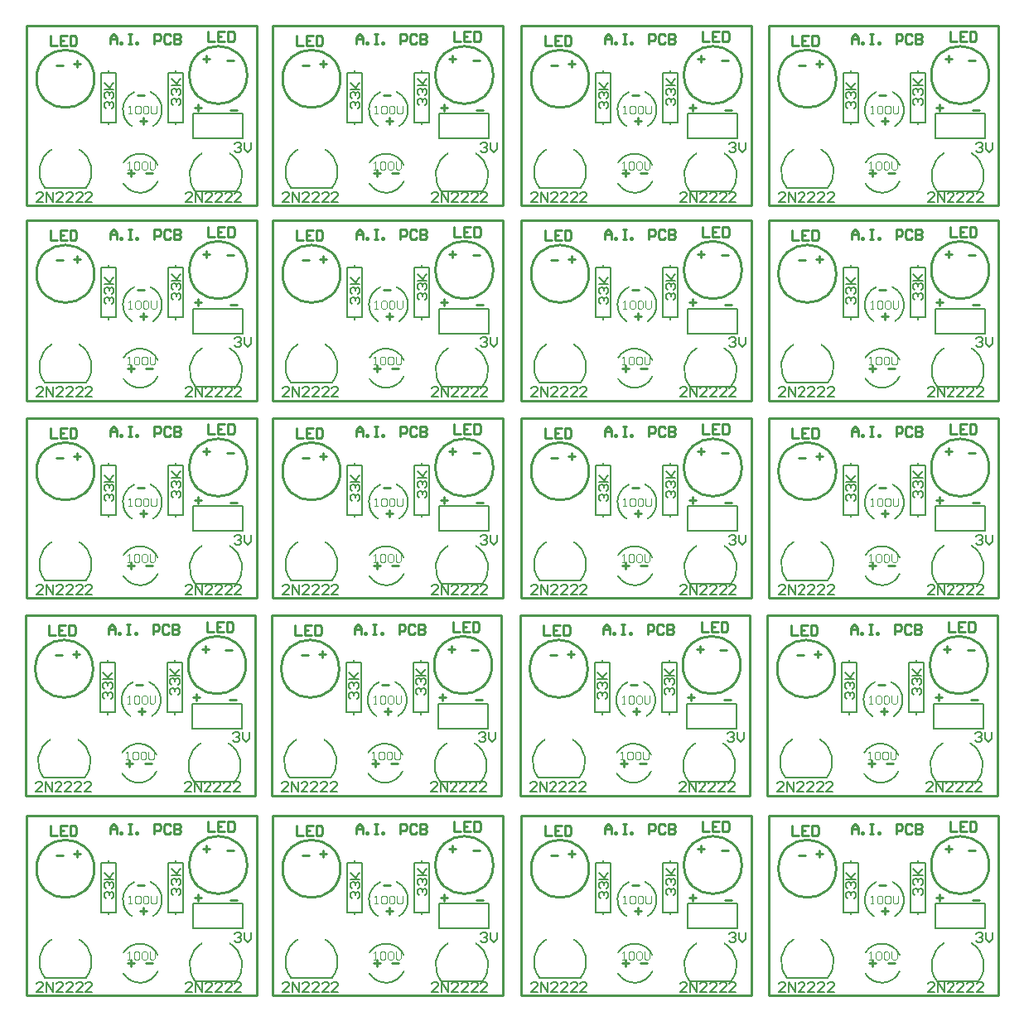
<source format=gto>
G04 Layer_Color=65535*
%FSLAX25Y25*%
%MOIN*%
G70*
G01*
G75*
%ADD11C,0.01000*%
%ADD19C,0.00787*%
%ADD20C,0.00800*%
%ADD21C,0.00394*%
D11*
X28051Y132937D02*
G03*
X28051Y132937I-11614J0D01*
G01*
X89551Y134437D02*
G03*
X89551Y134437I-11614J0D01*
G01*
X388051D02*
G03*
X388051Y134437I-11614J0D01*
G01*
X326551Y132937D02*
G03*
X326551Y132937I-11614J0D01*
G01*
X288551Y134437D02*
G03*
X288551Y134437I-11614J0D01*
G01*
X227051Y132937D02*
G03*
X227051Y132937I-11614J0D01*
G01*
X188551Y134437D02*
G03*
X188551Y134437I-11614J0D01*
G01*
X127051Y132937D02*
G03*
X127051Y132937I-11614J0D01*
G01*
X28551Y212437D02*
G03*
X28551Y212437I-11614J0D01*
G01*
X90051Y213937D02*
G03*
X90051Y213937I-11614J0D01*
G01*
X388551D02*
G03*
X388551Y213937I-11614J0D01*
G01*
X327051Y212437D02*
G03*
X327051Y212437I-11614J0D01*
G01*
X289051Y213937D02*
G03*
X289051Y213937I-11614J0D01*
G01*
X227551Y212437D02*
G03*
X227551Y212437I-11614J0D01*
G01*
X189051Y213937D02*
G03*
X189051Y213937I-11614J0D01*
G01*
X127551Y212437D02*
G03*
X127551Y212437I-11614J0D01*
G01*
X28551Y291937D02*
G03*
X28551Y291937I-11614J0D01*
G01*
X90051Y293437D02*
G03*
X90051Y293437I-11614J0D01*
G01*
X388551D02*
G03*
X388551Y293437I-11614J0D01*
G01*
X327051Y291937D02*
G03*
X327051Y291937I-11614J0D01*
G01*
X289051Y293437D02*
G03*
X289051Y293437I-11614J0D01*
G01*
X227551Y291937D02*
G03*
X227551Y291937I-11614J0D01*
G01*
X189051Y293437D02*
G03*
X189051Y293437I-11614J0D01*
G01*
X127551Y291937D02*
G03*
X127551Y291937I-11614J0D01*
G01*
X28551Y370437D02*
G03*
X28551Y370437I-11614J0D01*
G01*
X90051Y371937D02*
G03*
X90051Y371937I-11614J0D01*
G01*
X388551D02*
G03*
X388551Y371937I-11614J0D01*
G01*
X327051Y370437D02*
G03*
X327051Y370437I-11614J0D01*
G01*
X289051Y371937D02*
G03*
X289051Y371937I-11614J0D01*
G01*
X227551Y370437D02*
G03*
X227551Y370437I-11614J0D01*
G01*
X189051Y371937D02*
G03*
X189051Y371937I-11614J0D01*
G01*
X127551Y370437D02*
G03*
X127551Y370437I-11614J0D01*
G01*
Y52437D02*
G03*
X127551Y52437I-11614J0D01*
G01*
X189051Y53937D02*
G03*
X189051Y53937I-11614J0D01*
G01*
X227551Y52437D02*
G03*
X227551Y52437I-11614J0D01*
G01*
X289051Y53937D02*
G03*
X289051Y53937I-11614J0D01*
G01*
X327051Y52437D02*
G03*
X327051Y52437I-11614J0D01*
G01*
X388551Y53937D02*
G03*
X388551Y53937I-11614J0D01*
G01*
X28551Y52437D02*
G03*
X28551Y52437I-11614J0D01*
G01*
X90051Y53937D02*
G03*
X90051Y53937I-11614J0D01*
G01*
X937Y81937D02*
Y154437D01*
X93437D01*
Y81937D02*
Y154437D01*
X937Y81937D02*
X93437D01*
X299437D02*
X391937D01*
Y154437D01*
X299437D02*
X391937D01*
X299437Y81937D02*
Y154437D01*
X199937Y81937D02*
X292437D01*
Y154437D01*
X199937D02*
X292437D01*
X199937Y81937D02*
Y154437D01*
X99937Y81937D02*
X192437D01*
Y154437D01*
X99937D02*
X192437D01*
X99937Y81937D02*
Y154437D01*
X1437Y161437D02*
Y233937D01*
X93937D01*
Y161437D02*
Y233937D01*
X1437Y161437D02*
X93937D01*
X299937D02*
X392437D01*
Y233937D01*
X299937D02*
X392437D01*
X299937Y161437D02*
Y233937D01*
X200437Y161437D02*
X292937D01*
Y233937D01*
X200437D02*
X292937D01*
X200437Y161437D02*
Y233937D01*
X100437Y161437D02*
X192937D01*
Y233937D01*
X100437D02*
X192937D01*
X100437Y161437D02*
Y233937D01*
X1437Y240937D02*
Y313437D01*
X93937D01*
Y240937D02*
Y313437D01*
X1437Y240937D02*
X93937D01*
X299937D02*
X392437D01*
Y313437D01*
X299937D02*
X392437D01*
X299937Y240937D02*
Y313437D01*
X200437Y240937D02*
X292937D01*
Y313437D01*
X200437D02*
X292937D01*
X200437Y240937D02*
Y313437D01*
X100437Y240937D02*
X192937D01*
Y313437D01*
X100437D02*
X192937D01*
X100437Y240937D02*
Y313437D01*
X1437Y319437D02*
Y391937D01*
X93937D01*
Y319437D02*
Y391937D01*
X1437Y319437D02*
X93937D01*
X299937D02*
X392437D01*
Y391937D01*
X299937D02*
X392437D01*
X299937Y319437D02*
Y391937D01*
X200437Y319437D02*
X292937D01*
Y391937D01*
X200437D02*
X292937D01*
X200437Y319437D02*
Y391937D01*
X100437Y319437D02*
X192937D01*
Y391937D01*
X100437D02*
X192937D01*
X100437Y319437D02*
Y391937D01*
Y1437D02*
Y73937D01*
X192937D01*
Y1437D02*
Y73937D01*
X100437Y1437D02*
X192937D01*
X200437D02*
Y73937D01*
X292937D01*
Y1437D02*
Y73937D01*
X200437Y1437D02*
X292937D01*
X299937D02*
Y73937D01*
X392437D01*
Y1437D02*
Y73937D01*
X299937Y1437D02*
X392437D01*
X1437D02*
X93937D01*
Y73937D01*
X1437D02*
X93937D01*
X1437Y1437D02*
Y73937D01*
X19937Y138905D02*
X22561D01*
X21249Y140217D02*
Y137593D01*
X34437Y146937D02*
Y149561D01*
X35749Y150873D01*
X37061Y149561D01*
Y146937D01*
Y148905D01*
X34437D01*
X38373Y146937D02*
Y147593D01*
X39029D01*
Y146937D01*
X38373D01*
X41653Y150873D02*
X42964D01*
X42309D01*
Y146937D01*
X41653D01*
X42964D01*
X44932D02*
Y147593D01*
X45588D01*
Y146937D01*
X44932D01*
X52148D02*
Y150873D01*
X54116D01*
X54772Y150217D01*
Y148905D01*
X54116Y148249D01*
X52148D01*
X58707Y150217D02*
X58051Y150873D01*
X56739D01*
X56084Y150217D01*
Y147593D01*
X56739Y146937D01*
X58051D01*
X58707Y147593D01*
X60019Y150873D02*
Y146937D01*
X61987D01*
X62643Y147593D01*
Y148249D01*
X61987Y148905D01*
X60019D01*
X61987D01*
X62643Y149561D01*
Y150217D01*
X61987Y150873D01*
X60019D01*
X12937Y138405D02*
X15561D01*
X71937Y140905D02*
X74561D01*
X73249Y142217D02*
Y139593D01*
X81437Y140405D02*
X84061D01*
X46437Y115905D02*
X49061D01*
X47749Y117217D02*
Y114593D01*
X41437Y94905D02*
X44061D01*
X42749Y96217D02*
Y93593D01*
X68437Y121405D02*
X71061D01*
X69749Y122717D02*
Y120093D01*
X48937Y94905D02*
X51561D01*
X45437Y126405D02*
X48061D01*
X82937Y120405D02*
X85561D01*
X10437Y150373D02*
Y146437D01*
X13061D01*
X16997Y150373D02*
X14373D01*
Y146437D01*
X16997D01*
X14373Y148405D02*
X15685D01*
X18308Y150373D02*
Y146437D01*
X20276D01*
X20932Y147093D01*
Y149717D01*
X20276Y150373D01*
X18308D01*
X73937Y151873D02*
Y147937D01*
X76561D01*
X80497Y151873D02*
X77873D01*
Y147937D01*
X80497D01*
X77873Y149905D02*
X79185D01*
X81809Y151873D02*
Y147937D01*
X83776D01*
X84432Y148593D01*
Y151217D01*
X83776Y151873D01*
X81809D01*
X372437D02*
Y147937D01*
X375061D01*
X378997Y151873D02*
X376373D01*
Y147937D01*
X378997D01*
X376373Y149905D02*
X377685D01*
X380309Y151873D02*
Y147937D01*
X382276D01*
X382932Y148593D01*
Y151217D01*
X382276Y151873D01*
X380309D01*
X308937Y150373D02*
Y146437D01*
X311561D01*
X315497Y150373D02*
X312873D01*
Y146437D01*
X315497D01*
X312873Y148405D02*
X314185D01*
X316809Y150373D02*
Y146437D01*
X318776D01*
X319432Y147093D01*
Y149717D01*
X318776Y150373D01*
X316809D01*
X381437Y120405D02*
X384061D01*
X343937Y126405D02*
X346561D01*
X347437Y94905D02*
X350061D01*
X366937Y121405D02*
X369561D01*
X368249Y122717D02*
Y120093D01*
X339937Y94905D02*
X342561D01*
X341249Y96217D02*
Y93593D01*
X344937Y115905D02*
X347561D01*
X346249Y117217D02*
Y114593D01*
X379937Y140405D02*
X382561D01*
X370437Y140905D02*
X373061D01*
X371749Y142217D02*
Y139593D01*
X311437Y138405D02*
X314061D01*
X332937Y146937D02*
Y149561D01*
X334249Y150873D01*
X335561Y149561D01*
Y146937D01*
Y148905D01*
X332937D01*
X336873Y146937D02*
Y147593D01*
X337529D01*
Y146937D01*
X336873D01*
X340153Y150873D02*
X341464D01*
X340809D01*
Y146937D01*
X340153D01*
X341464D01*
X343432D02*
Y147593D01*
X344088D01*
Y146937D01*
X343432D01*
X350648D02*
Y150873D01*
X352616D01*
X353272Y150217D01*
Y148905D01*
X352616Y148249D01*
X350648D01*
X357207Y150217D02*
X356551Y150873D01*
X355240D01*
X354584Y150217D01*
Y147593D01*
X355240Y146937D01*
X356551D01*
X357207Y147593D01*
X358519Y150873D02*
Y146937D01*
X360487D01*
X361143Y147593D01*
Y148249D01*
X360487Y148905D01*
X358519D01*
X360487D01*
X361143Y149561D01*
Y150217D01*
X360487Y150873D01*
X358519D01*
X318437Y138905D02*
X321061D01*
X319749Y140217D02*
Y137593D01*
X272937Y151873D02*
Y147937D01*
X275561D01*
X279497Y151873D02*
X276873D01*
Y147937D01*
X279497D01*
X276873Y149905D02*
X278185D01*
X280808Y151873D02*
Y147937D01*
X282776D01*
X283432Y148593D01*
Y151217D01*
X282776Y151873D01*
X280808D01*
X209437Y150373D02*
Y146437D01*
X212061D01*
X215997Y150373D02*
X213373D01*
Y146437D01*
X215997D01*
X213373Y148405D02*
X214685D01*
X217308Y150373D02*
Y146437D01*
X219276D01*
X219932Y147093D01*
Y149717D01*
X219276Y150373D01*
X217308D01*
X281937Y120405D02*
X284561D01*
X244437Y126405D02*
X247061D01*
X247937Y94905D02*
X250561D01*
X267437Y121405D02*
X270061D01*
X268749Y122717D02*
Y120093D01*
X240437Y94905D02*
X243061D01*
X241749Y96217D02*
Y93593D01*
X245437Y115905D02*
X248061D01*
X246749Y117217D02*
Y114593D01*
X280437Y140405D02*
X283061D01*
X270937Y140905D02*
X273561D01*
X272249Y142217D02*
Y139593D01*
X211937Y138405D02*
X214561D01*
X233437Y146937D02*
Y149561D01*
X234749Y150873D01*
X236061Y149561D01*
Y146937D01*
Y148905D01*
X233437D01*
X237373Y146937D02*
Y147593D01*
X238029D01*
Y146937D01*
X237373D01*
X240652Y150873D02*
X241964D01*
X241308D01*
Y146937D01*
X240652D01*
X241964D01*
X243932D02*
Y147593D01*
X244588D01*
Y146937D01*
X243932D01*
X251148D02*
Y150873D01*
X253116D01*
X253772Y150217D01*
Y148905D01*
X253116Y148249D01*
X251148D01*
X257707Y150217D02*
X257051Y150873D01*
X255739D01*
X255084Y150217D01*
Y147593D01*
X255739Y146937D01*
X257051D01*
X257707Y147593D01*
X259019Y150873D02*
Y146937D01*
X260987D01*
X261643Y147593D01*
Y148249D01*
X260987Y148905D01*
X259019D01*
X260987D01*
X261643Y149561D01*
Y150217D01*
X260987Y150873D01*
X259019D01*
X218937Y138905D02*
X221561D01*
X220249Y140217D02*
Y137593D01*
X172937Y151873D02*
Y147937D01*
X175561D01*
X179497Y151873D02*
X176873D01*
Y147937D01*
X179497D01*
X176873Y149905D02*
X178185D01*
X180808Y151873D02*
Y147937D01*
X182776D01*
X183432Y148593D01*
Y151217D01*
X182776Y151873D01*
X180808D01*
X109437Y150373D02*
Y146437D01*
X112061D01*
X115997Y150373D02*
X113373D01*
Y146437D01*
X115997D01*
X113373Y148405D02*
X114685D01*
X117308Y150373D02*
Y146437D01*
X119276D01*
X119932Y147093D01*
Y149717D01*
X119276Y150373D01*
X117308D01*
X181937Y120405D02*
X184561D01*
X144437Y126405D02*
X147061D01*
X147937Y94905D02*
X150561D01*
X167437Y121405D02*
X170061D01*
X168749Y122717D02*
Y120093D01*
X140437Y94905D02*
X143061D01*
X141749Y96217D02*
Y93593D01*
X145437Y115905D02*
X148061D01*
X146749Y117217D02*
Y114593D01*
X180437Y140405D02*
X183061D01*
X170937Y140905D02*
X173561D01*
X172249Y142217D02*
Y139593D01*
X111937Y138405D02*
X114561D01*
X133437Y146937D02*
Y149561D01*
X134749Y150873D01*
X136061Y149561D01*
Y146937D01*
Y148905D01*
X133437D01*
X137373Y146937D02*
Y147593D01*
X138029D01*
Y146937D01*
X137373D01*
X140653Y150873D02*
X141964D01*
X141308D01*
Y146937D01*
X140653D01*
X141964D01*
X143932D02*
Y147593D01*
X144588D01*
Y146937D01*
X143932D01*
X151148D02*
Y150873D01*
X153116D01*
X153772Y150217D01*
Y148905D01*
X153116Y148249D01*
X151148D01*
X157707Y150217D02*
X157051Y150873D01*
X155739D01*
X155084Y150217D01*
Y147593D01*
X155739Y146937D01*
X157051D01*
X157707Y147593D01*
X159019Y150873D02*
Y146937D01*
X160987D01*
X161643Y147593D01*
Y148249D01*
X160987Y148905D01*
X159019D01*
X160987D01*
X161643Y149561D01*
Y150217D01*
X160987Y150873D01*
X159019D01*
X118937Y138905D02*
X121561D01*
X120249Y140217D02*
Y137593D01*
X20437Y218405D02*
X23061D01*
X21749Y219717D02*
Y217093D01*
X34937Y226437D02*
Y229061D01*
X36249Y230373D01*
X37561Y229061D01*
Y226437D01*
Y228405D01*
X34937D01*
X38873Y226437D02*
Y227093D01*
X39529D01*
Y226437D01*
X38873D01*
X42153Y230373D02*
X43464D01*
X42808D01*
Y226437D01*
X42153D01*
X43464D01*
X45432D02*
Y227093D01*
X46088D01*
Y226437D01*
X45432D01*
X52648D02*
Y230373D01*
X54616D01*
X55272Y229717D01*
Y228405D01*
X54616Y227749D01*
X52648D01*
X59207Y229717D02*
X58551Y230373D01*
X57240D01*
X56584Y229717D01*
Y227093D01*
X57240Y226437D01*
X58551D01*
X59207Y227093D01*
X60519Y230373D02*
Y226437D01*
X62487D01*
X63143Y227093D01*
Y227749D01*
X62487Y228405D01*
X60519D01*
X62487D01*
X63143Y229061D01*
Y229717D01*
X62487Y230373D01*
X60519D01*
X13437Y217905D02*
X16061D01*
X72437Y220405D02*
X75061D01*
X73749Y221717D02*
Y219093D01*
X81937Y219905D02*
X84561D01*
X46937Y195405D02*
X49561D01*
X48249Y196717D02*
Y194093D01*
X41937Y174405D02*
X44561D01*
X43249Y175717D02*
Y173093D01*
X68937Y200905D02*
X71561D01*
X70249Y202217D02*
Y199593D01*
X49437Y174405D02*
X52061D01*
X45937Y205905D02*
X48561D01*
X83437Y199905D02*
X86061D01*
X10937Y229873D02*
Y225937D01*
X13561D01*
X17497Y229873D02*
X14873D01*
Y225937D01*
X17497D01*
X14873Y227905D02*
X16185D01*
X18809Y229873D02*
Y225937D01*
X20776D01*
X21432Y226593D01*
Y229217D01*
X20776Y229873D01*
X18809D01*
X74437Y231373D02*
Y227437D01*
X77061D01*
X80997Y231373D02*
X78373D01*
Y227437D01*
X80997D01*
X78373Y229405D02*
X79685D01*
X82309Y231373D02*
Y227437D01*
X84276D01*
X84932Y228093D01*
Y230717D01*
X84276Y231373D01*
X82309D01*
X372937D02*
Y227437D01*
X375561D01*
X379497Y231373D02*
X376873D01*
Y227437D01*
X379497D01*
X376873Y229405D02*
X378185D01*
X380808Y231373D02*
Y227437D01*
X382776D01*
X383432Y228093D01*
Y230717D01*
X382776Y231373D01*
X380808D01*
X309437Y229873D02*
Y225937D01*
X312061D01*
X315997Y229873D02*
X313373D01*
Y225937D01*
X315997D01*
X313373Y227905D02*
X314685D01*
X317308Y229873D02*
Y225937D01*
X319276D01*
X319932Y226593D01*
Y229217D01*
X319276Y229873D01*
X317308D01*
X381937Y199905D02*
X384561D01*
X344437Y205905D02*
X347061D01*
X347937Y174405D02*
X350561D01*
X367437Y200905D02*
X370061D01*
X368749Y202217D02*
Y199593D01*
X340437Y174405D02*
X343061D01*
X341749Y175717D02*
Y173093D01*
X345437Y195405D02*
X348061D01*
X346749Y196717D02*
Y194093D01*
X380437Y219905D02*
X383061D01*
X370937Y220405D02*
X373561D01*
X372249Y221717D02*
Y219093D01*
X311937Y217905D02*
X314561D01*
X333437Y226437D02*
Y229061D01*
X334749Y230373D01*
X336061Y229061D01*
Y226437D01*
Y228405D01*
X333437D01*
X337373Y226437D02*
Y227093D01*
X338029D01*
Y226437D01*
X337373D01*
X340652Y230373D02*
X341964D01*
X341308D01*
Y226437D01*
X340652D01*
X341964D01*
X343932D02*
Y227093D01*
X344588D01*
Y226437D01*
X343932D01*
X351148D02*
Y230373D01*
X353116D01*
X353772Y229717D01*
Y228405D01*
X353116Y227749D01*
X351148D01*
X357707Y229717D02*
X357051Y230373D01*
X355739D01*
X355084Y229717D01*
Y227093D01*
X355739Y226437D01*
X357051D01*
X357707Y227093D01*
X359019Y230373D02*
Y226437D01*
X360987D01*
X361643Y227093D01*
Y227749D01*
X360987Y228405D01*
X359019D01*
X360987D01*
X361643Y229061D01*
Y229717D01*
X360987Y230373D01*
X359019D01*
X318937Y218405D02*
X321561D01*
X320249Y219717D02*
Y217093D01*
X273437Y231373D02*
Y227437D01*
X276061D01*
X279997Y231373D02*
X277373D01*
Y227437D01*
X279997D01*
X277373Y229405D02*
X278685D01*
X281309Y231373D02*
Y227437D01*
X283276D01*
X283932Y228093D01*
Y230717D01*
X283276Y231373D01*
X281309D01*
X209937Y229873D02*
Y225937D01*
X212561D01*
X216497Y229873D02*
X213873D01*
Y225937D01*
X216497D01*
X213873Y227905D02*
X215185D01*
X217809Y229873D02*
Y225937D01*
X219776D01*
X220432Y226593D01*
Y229217D01*
X219776Y229873D01*
X217809D01*
X282437Y199905D02*
X285061D01*
X244937Y205905D02*
X247561D01*
X248437Y174405D02*
X251061D01*
X267937Y200905D02*
X270561D01*
X269249Y202217D02*
Y199593D01*
X240937Y174405D02*
X243561D01*
X242249Y175717D02*
Y173093D01*
X245937Y195405D02*
X248561D01*
X247249Y196717D02*
Y194093D01*
X280937Y219905D02*
X283561D01*
X271437Y220405D02*
X274061D01*
X272749Y221717D02*
Y219093D01*
X212437Y217905D02*
X215061D01*
X233937Y226437D02*
Y229061D01*
X235249Y230373D01*
X236561Y229061D01*
Y226437D01*
Y228405D01*
X233937D01*
X237873Y226437D02*
Y227093D01*
X238529D01*
Y226437D01*
X237873D01*
X241153Y230373D02*
X242464D01*
X241809D01*
Y226437D01*
X241153D01*
X242464D01*
X244432D02*
Y227093D01*
X245088D01*
Y226437D01*
X244432D01*
X251648D02*
Y230373D01*
X253616D01*
X254272Y229717D01*
Y228405D01*
X253616Y227749D01*
X251648D01*
X258207Y229717D02*
X257551Y230373D01*
X256240D01*
X255584Y229717D01*
Y227093D01*
X256240Y226437D01*
X257551D01*
X258207Y227093D01*
X259519Y230373D02*
Y226437D01*
X261487D01*
X262143Y227093D01*
Y227749D01*
X261487Y228405D01*
X259519D01*
X261487D01*
X262143Y229061D01*
Y229717D01*
X261487Y230373D01*
X259519D01*
X219437Y218405D02*
X222061D01*
X220749Y219717D02*
Y217093D01*
X173437Y231373D02*
Y227437D01*
X176061D01*
X179997Y231373D02*
X177373D01*
Y227437D01*
X179997D01*
X177373Y229405D02*
X178685D01*
X181308Y231373D02*
Y227437D01*
X183276D01*
X183932Y228093D01*
Y230717D01*
X183276Y231373D01*
X181308D01*
X109937Y229873D02*
Y225937D01*
X112561D01*
X116497Y229873D02*
X113873D01*
Y225937D01*
X116497D01*
X113873Y227905D02*
X115185D01*
X117808Y229873D02*
Y225937D01*
X119776D01*
X120432Y226593D01*
Y229217D01*
X119776Y229873D01*
X117808D01*
X182437Y199905D02*
X185061D01*
X144937Y205905D02*
X147561D01*
X148437Y174405D02*
X151061D01*
X167937Y200905D02*
X170561D01*
X169249Y202217D02*
Y199593D01*
X140937Y174405D02*
X143561D01*
X142249Y175717D02*
Y173093D01*
X145937Y195405D02*
X148561D01*
X147249Y196717D02*
Y194093D01*
X180937Y219905D02*
X183561D01*
X171437Y220405D02*
X174061D01*
X172749Y221717D02*
Y219093D01*
X112437Y217905D02*
X115061D01*
X133937Y226437D02*
Y229061D01*
X135249Y230373D01*
X136561Y229061D01*
Y226437D01*
Y228405D01*
X133937D01*
X137873Y226437D02*
Y227093D01*
X138529D01*
Y226437D01*
X137873D01*
X141153Y230373D02*
X142464D01*
X141808D01*
Y226437D01*
X141153D01*
X142464D01*
X144432D02*
Y227093D01*
X145088D01*
Y226437D01*
X144432D01*
X151648D02*
Y230373D01*
X153616D01*
X154272Y229717D01*
Y228405D01*
X153616Y227749D01*
X151648D01*
X158207Y229717D02*
X157551Y230373D01*
X156239D01*
X155584Y229717D01*
Y227093D01*
X156239Y226437D01*
X157551D01*
X158207Y227093D01*
X159519Y230373D02*
Y226437D01*
X161487D01*
X162143Y227093D01*
Y227749D01*
X161487Y228405D01*
X159519D01*
X161487D01*
X162143Y229061D01*
Y229717D01*
X161487Y230373D01*
X159519D01*
X119437Y218405D02*
X122061D01*
X120749Y219717D02*
Y217093D01*
X20437Y297905D02*
X23061D01*
X21749Y299217D02*
Y296593D01*
X34937Y305937D02*
Y308561D01*
X36249Y309873D01*
X37561Y308561D01*
Y305937D01*
Y307905D01*
X34937D01*
X38873Y305937D02*
Y306593D01*
X39529D01*
Y305937D01*
X38873D01*
X42153Y309873D02*
X43464D01*
X42808D01*
Y305937D01*
X42153D01*
X43464D01*
X45432D02*
Y306593D01*
X46088D01*
Y305937D01*
X45432D01*
X52648D02*
Y309873D01*
X54616D01*
X55272Y309217D01*
Y307905D01*
X54616Y307249D01*
X52648D01*
X59207Y309217D02*
X58551Y309873D01*
X57240D01*
X56584Y309217D01*
Y306593D01*
X57240Y305937D01*
X58551D01*
X59207Y306593D01*
X60519Y309873D02*
Y305937D01*
X62487D01*
X63143Y306593D01*
Y307249D01*
X62487Y307905D01*
X60519D01*
X62487D01*
X63143Y308561D01*
Y309217D01*
X62487Y309873D01*
X60519D01*
X13437Y297405D02*
X16061D01*
X72437Y299905D02*
X75061D01*
X73749Y301217D02*
Y298593D01*
X81937Y299405D02*
X84561D01*
X46937Y274905D02*
X49561D01*
X48249Y276217D02*
Y273593D01*
X41937Y253905D02*
X44561D01*
X43249Y255217D02*
Y252593D01*
X68937Y280405D02*
X71561D01*
X70249Y281717D02*
Y279093D01*
X49437Y253905D02*
X52061D01*
X45937Y285405D02*
X48561D01*
X83437Y279405D02*
X86061D01*
X10937Y309373D02*
Y305437D01*
X13561D01*
X17497Y309373D02*
X14873D01*
Y305437D01*
X17497D01*
X14873Y307405D02*
X16185D01*
X18809Y309373D02*
Y305437D01*
X20776D01*
X21432Y306093D01*
Y308717D01*
X20776Y309373D01*
X18809D01*
X74437Y310873D02*
Y306937D01*
X77061D01*
X80997Y310873D02*
X78373D01*
Y306937D01*
X80997D01*
X78373Y308905D02*
X79685D01*
X82309Y310873D02*
Y306937D01*
X84276D01*
X84932Y307593D01*
Y310217D01*
X84276Y310873D01*
X82309D01*
X372937D02*
Y306937D01*
X375561D01*
X379497Y310873D02*
X376873D01*
Y306937D01*
X379497D01*
X376873Y308905D02*
X378185D01*
X380808Y310873D02*
Y306937D01*
X382776D01*
X383432Y307593D01*
Y310217D01*
X382776Y310873D01*
X380808D01*
X309437Y309373D02*
Y305437D01*
X312061D01*
X315997Y309373D02*
X313373D01*
Y305437D01*
X315997D01*
X313373Y307405D02*
X314685D01*
X317308Y309373D02*
Y305437D01*
X319276D01*
X319932Y306093D01*
Y308717D01*
X319276Y309373D01*
X317308D01*
X381937Y279405D02*
X384561D01*
X344437Y285405D02*
X347061D01*
X347937Y253905D02*
X350561D01*
X367437Y280405D02*
X370061D01*
X368749Y281717D02*
Y279093D01*
X340437Y253905D02*
X343061D01*
X341749Y255217D02*
Y252593D01*
X345437Y274905D02*
X348061D01*
X346749Y276217D02*
Y273593D01*
X380437Y299405D02*
X383061D01*
X370937Y299905D02*
X373561D01*
X372249Y301217D02*
Y298593D01*
X311937Y297405D02*
X314561D01*
X333437Y305937D02*
Y308561D01*
X334749Y309873D01*
X336061Y308561D01*
Y305937D01*
Y307905D01*
X333437D01*
X337373Y305937D02*
Y306593D01*
X338029D01*
Y305937D01*
X337373D01*
X340652Y309873D02*
X341964D01*
X341308D01*
Y305937D01*
X340652D01*
X341964D01*
X343932D02*
Y306593D01*
X344588D01*
Y305937D01*
X343932D01*
X351148D02*
Y309873D01*
X353116D01*
X353772Y309217D01*
Y307905D01*
X353116Y307249D01*
X351148D01*
X357707Y309217D02*
X357051Y309873D01*
X355739D01*
X355084Y309217D01*
Y306593D01*
X355739Y305937D01*
X357051D01*
X357707Y306593D01*
X359019Y309873D02*
Y305937D01*
X360987D01*
X361643Y306593D01*
Y307249D01*
X360987Y307905D01*
X359019D01*
X360987D01*
X361643Y308561D01*
Y309217D01*
X360987Y309873D01*
X359019D01*
X318937Y297905D02*
X321561D01*
X320249Y299217D02*
Y296593D01*
X273437Y310873D02*
Y306937D01*
X276061D01*
X279997Y310873D02*
X277373D01*
Y306937D01*
X279997D01*
X277373Y308905D02*
X278685D01*
X281309Y310873D02*
Y306937D01*
X283276D01*
X283932Y307593D01*
Y310217D01*
X283276Y310873D01*
X281309D01*
X209937Y309373D02*
Y305437D01*
X212561D01*
X216497Y309373D02*
X213873D01*
Y305437D01*
X216497D01*
X213873Y307405D02*
X215185D01*
X217809Y309373D02*
Y305437D01*
X219776D01*
X220432Y306093D01*
Y308717D01*
X219776Y309373D01*
X217809D01*
X282437Y279405D02*
X285061D01*
X244937Y285405D02*
X247561D01*
X248437Y253905D02*
X251061D01*
X267937Y280405D02*
X270561D01*
X269249Y281717D02*
Y279093D01*
X240937Y253905D02*
X243561D01*
X242249Y255217D02*
Y252593D01*
X245937Y274905D02*
X248561D01*
X247249Y276217D02*
Y273593D01*
X280937Y299405D02*
X283561D01*
X271437Y299905D02*
X274061D01*
X272749Y301217D02*
Y298593D01*
X212437Y297405D02*
X215061D01*
X233937Y305937D02*
Y308561D01*
X235249Y309873D01*
X236561Y308561D01*
Y305937D01*
Y307905D01*
X233937D01*
X237873Y305937D02*
Y306593D01*
X238529D01*
Y305937D01*
X237873D01*
X241153Y309873D02*
X242464D01*
X241809D01*
Y305937D01*
X241153D01*
X242464D01*
X244432D02*
Y306593D01*
X245088D01*
Y305937D01*
X244432D01*
X251648D02*
Y309873D01*
X253616D01*
X254272Y309217D01*
Y307905D01*
X253616Y307249D01*
X251648D01*
X258207Y309217D02*
X257551Y309873D01*
X256240D01*
X255584Y309217D01*
Y306593D01*
X256240Y305937D01*
X257551D01*
X258207Y306593D01*
X259519Y309873D02*
Y305937D01*
X261487D01*
X262143Y306593D01*
Y307249D01*
X261487Y307905D01*
X259519D01*
X261487D01*
X262143Y308561D01*
Y309217D01*
X261487Y309873D01*
X259519D01*
X219437Y297905D02*
X222061D01*
X220749Y299217D02*
Y296593D01*
X173437Y310873D02*
Y306937D01*
X176061D01*
X179997Y310873D02*
X177373D01*
Y306937D01*
X179997D01*
X177373Y308905D02*
X178685D01*
X181308Y310873D02*
Y306937D01*
X183276D01*
X183932Y307593D01*
Y310217D01*
X183276Y310873D01*
X181308D01*
X109937Y309373D02*
Y305437D01*
X112561D01*
X116497Y309373D02*
X113873D01*
Y305437D01*
X116497D01*
X113873Y307405D02*
X115185D01*
X117808Y309373D02*
Y305437D01*
X119776D01*
X120432Y306093D01*
Y308717D01*
X119776Y309373D01*
X117808D01*
X182437Y279405D02*
X185061D01*
X144937Y285405D02*
X147561D01*
X148437Y253905D02*
X151061D01*
X167937Y280405D02*
X170561D01*
X169249Y281717D02*
Y279093D01*
X140937Y253905D02*
X143561D01*
X142249Y255217D02*
Y252593D01*
X145937Y274905D02*
X148561D01*
X147249Y276217D02*
Y273593D01*
X180937Y299405D02*
X183561D01*
X171437Y299905D02*
X174061D01*
X172749Y301217D02*
Y298593D01*
X112437Y297405D02*
X115061D01*
X133937Y305937D02*
Y308561D01*
X135249Y309873D01*
X136561Y308561D01*
Y305937D01*
Y307905D01*
X133937D01*
X137873Y305937D02*
Y306593D01*
X138529D01*
Y305937D01*
X137873D01*
X141153Y309873D02*
X142464D01*
X141808D01*
Y305937D01*
X141153D01*
X142464D01*
X144432D02*
Y306593D01*
X145088D01*
Y305937D01*
X144432D01*
X151648D02*
Y309873D01*
X153616D01*
X154272Y309217D01*
Y307905D01*
X153616Y307249D01*
X151648D01*
X158207Y309217D02*
X157551Y309873D01*
X156239D01*
X155584Y309217D01*
Y306593D01*
X156239Y305937D01*
X157551D01*
X158207Y306593D01*
X159519Y309873D02*
Y305937D01*
X161487D01*
X162143Y306593D01*
Y307249D01*
X161487Y307905D01*
X159519D01*
X161487D01*
X162143Y308561D01*
Y309217D01*
X161487Y309873D01*
X159519D01*
X119437Y297905D02*
X122061D01*
X120749Y299217D02*
Y296593D01*
X20437Y376405D02*
X23061D01*
X21749Y377717D02*
Y375093D01*
X34937Y384437D02*
Y387061D01*
X36249Y388373D01*
X37561Y387061D01*
Y384437D01*
Y386405D01*
X34937D01*
X38873Y384437D02*
Y385093D01*
X39529D01*
Y384437D01*
X38873D01*
X42153Y388373D02*
X43464D01*
X42808D01*
Y384437D01*
X42153D01*
X43464D01*
X45432D02*
Y385093D01*
X46088D01*
Y384437D01*
X45432D01*
X52648D02*
Y388373D01*
X54616D01*
X55272Y387717D01*
Y386405D01*
X54616Y385749D01*
X52648D01*
X59207Y387717D02*
X58551Y388373D01*
X57240D01*
X56584Y387717D01*
Y385093D01*
X57240Y384437D01*
X58551D01*
X59207Y385093D01*
X60519Y388373D02*
Y384437D01*
X62487D01*
X63143Y385093D01*
Y385749D01*
X62487Y386405D01*
X60519D01*
X62487D01*
X63143Y387061D01*
Y387717D01*
X62487Y388373D01*
X60519D01*
X13437Y375905D02*
X16061D01*
X72437Y378405D02*
X75061D01*
X73749Y379717D02*
Y377093D01*
X81937Y377905D02*
X84561D01*
X46937Y353405D02*
X49561D01*
X48249Y354717D02*
Y352093D01*
X41937Y332405D02*
X44561D01*
X43249Y333717D02*
Y331093D01*
X68937Y358905D02*
X71561D01*
X70249Y360217D02*
Y357593D01*
X49437Y332405D02*
X52061D01*
X45937Y363905D02*
X48561D01*
X83437Y357905D02*
X86061D01*
X10937Y387873D02*
Y383937D01*
X13561D01*
X17497Y387873D02*
X14873D01*
Y383937D01*
X17497D01*
X14873Y385905D02*
X16185D01*
X18809Y387873D02*
Y383937D01*
X20776D01*
X21432Y384593D01*
Y387217D01*
X20776Y387873D01*
X18809D01*
X74437Y389373D02*
Y385437D01*
X77061D01*
X80997Y389373D02*
X78373D01*
Y385437D01*
X80997D01*
X78373Y387405D02*
X79685D01*
X82309Y389373D02*
Y385437D01*
X84276D01*
X84932Y386093D01*
Y388717D01*
X84276Y389373D01*
X82309D01*
X372937D02*
Y385437D01*
X375561D01*
X379497Y389373D02*
X376873D01*
Y385437D01*
X379497D01*
X376873Y387405D02*
X378185D01*
X380808Y389373D02*
Y385437D01*
X382776D01*
X383432Y386093D01*
Y388717D01*
X382776Y389373D01*
X380808D01*
X309437Y387873D02*
Y383937D01*
X312061D01*
X315997Y387873D02*
X313373D01*
Y383937D01*
X315997D01*
X313373Y385905D02*
X314685D01*
X317308Y387873D02*
Y383937D01*
X319276D01*
X319932Y384593D01*
Y387217D01*
X319276Y387873D01*
X317308D01*
X381937Y357905D02*
X384561D01*
X344437Y363905D02*
X347061D01*
X347937Y332405D02*
X350561D01*
X367437Y358905D02*
X370061D01*
X368749Y360217D02*
Y357593D01*
X340437Y332405D02*
X343061D01*
X341749Y333717D02*
Y331093D01*
X345437Y353405D02*
X348061D01*
X346749Y354717D02*
Y352093D01*
X380437Y377905D02*
X383061D01*
X370937Y378405D02*
X373561D01*
X372249Y379717D02*
Y377093D01*
X311937Y375905D02*
X314561D01*
X333437Y384437D02*
Y387061D01*
X334749Y388373D01*
X336061Y387061D01*
Y384437D01*
Y386405D01*
X333437D01*
X337373Y384437D02*
Y385093D01*
X338029D01*
Y384437D01*
X337373D01*
X340652Y388373D02*
X341964D01*
X341308D01*
Y384437D01*
X340652D01*
X341964D01*
X343932D02*
Y385093D01*
X344588D01*
Y384437D01*
X343932D01*
X351148D02*
Y388373D01*
X353116D01*
X353772Y387717D01*
Y386405D01*
X353116Y385749D01*
X351148D01*
X357707Y387717D02*
X357051Y388373D01*
X355739D01*
X355084Y387717D01*
Y385093D01*
X355739Y384437D01*
X357051D01*
X357707Y385093D01*
X359019Y388373D02*
Y384437D01*
X360987D01*
X361643Y385093D01*
Y385749D01*
X360987Y386405D01*
X359019D01*
X360987D01*
X361643Y387061D01*
Y387717D01*
X360987Y388373D01*
X359019D01*
X318937Y376405D02*
X321561D01*
X320249Y377717D02*
Y375093D01*
X273437Y389373D02*
Y385437D01*
X276061D01*
X279997Y389373D02*
X277373D01*
Y385437D01*
X279997D01*
X277373Y387405D02*
X278685D01*
X281309Y389373D02*
Y385437D01*
X283276D01*
X283932Y386093D01*
Y388717D01*
X283276Y389373D01*
X281309D01*
X209937Y387873D02*
Y383937D01*
X212561D01*
X216497Y387873D02*
X213873D01*
Y383937D01*
X216497D01*
X213873Y385905D02*
X215185D01*
X217809Y387873D02*
Y383937D01*
X219776D01*
X220432Y384593D01*
Y387217D01*
X219776Y387873D01*
X217809D01*
X282437Y357905D02*
X285061D01*
X244937Y363905D02*
X247561D01*
X248437Y332405D02*
X251061D01*
X267937Y358905D02*
X270561D01*
X269249Y360217D02*
Y357593D01*
X240937Y332405D02*
X243561D01*
X242249Y333717D02*
Y331093D01*
X245937Y353405D02*
X248561D01*
X247249Y354717D02*
Y352093D01*
X280937Y377905D02*
X283561D01*
X271437Y378405D02*
X274061D01*
X272749Y379717D02*
Y377093D01*
X212437Y375905D02*
X215061D01*
X233937Y384437D02*
Y387061D01*
X235249Y388373D01*
X236561Y387061D01*
Y384437D01*
Y386405D01*
X233937D01*
X237873Y384437D02*
Y385093D01*
X238529D01*
Y384437D01*
X237873D01*
X241153Y388373D02*
X242464D01*
X241809D01*
Y384437D01*
X241153D01*
X242464D01*
X244432D02*
Y385093D01*
X245088D01*
Y384437D01*
X244432D01*
X251648D02*
Y388373D01*
X253616D01*
X254272Y387717D01*
Y386405D01*
X253616Y385749D01*
X251648D01*
X258207Y387717D02*
X257551Y388373D01*
X256240D01*
X255584Y387717D01*
Y385093D01*
X256240Y384437D01*
X257551D01*
X258207Y385093D01*
X259519Y388373D02*
Y384437D01*
X261487D01*
X262143Y385093D01*
Y385749D01*
X261487Y386405D01*
X259519D01*
X261487D01*
X262143Y387061D01*
Y387717D01*
X261487Y388373D01*
X259519D01*
X219437Y376405D02*
X222061D01*
X220749Y377717D02*
Y375093D01*
X173437Y389373D02*
Y385437D01*
X176061D01*
X179997Y389373D02*
X177373D01*
Y385437D01*
X179997D01*
X177373Y387405D02*
X178685D01*
X181308Y389373D02*
Y385437D01*
X183276D01*
X183932Y386093D01*
Y388717D01*
X183276Y389373D01*
X181308D01*
X109937Y387873D02*
Y383937D01*
X112561D01*
X116497Y387873D02*
X113873D01*
Y383937D01*
X116497D01*
X113873Y385905D02*
X115185D01*
X117808Y387873D02*
Y383937D01*
X119776D01*
X120432Y384593D01*
Y387217D01*
X119776Y387873D01*
X117808D01*
X182437Y357905D02*
X185061D01*
X144937Y363905D02*
X147561D01*
X148437Y332405D02*
X151061D01*
X167937Y358905D02*
X170561D01*
X169249Y360217D02*
Y357593D01*
X140937Y332405D02*
X143561D01*
X142249Y333717D02*
Y331093D01*
X145937Y353405D02*
X148561D01*
X147249Y354717D02*
Y352093D01*
X180937Y377905D02*
X183561D01*
X171437Y378405D02*
X174061D01*
X172749Y379717D02*
Y377093D01*
X112437Y375905D02*
X115061D01*
X133937Y384437D02*
Y387061D01*
X135249Y388373D01*
X136561Y387061D01*
Y384437D01*
Y386405D01*
X133937D01*
X137873Y384437D02*
Y385093D01*
X138529D01*
Y384437D01*
X137873D01*
X141153Y388373D02*
X142464D01*
X141808D01*
Y384437D01*
X141153D01*
X142464D01*
X144432D02*
Y385093D01*
X145088D01*
Y384437D01*
X144432D01*
X151648D02*
Y388373D01*
X153616D01*
X154272Y387717D01*
Y386405D01*
X153616Y385749D01*
X151648D01*
X158207Y387717D02*
X157551Y388373D01*
X156239D01*
X155584Y387717D01*
Y385093D01*
X156239Y384437D01*
X157551D01*
X158207Y385093D01*
X159519Y388373D02*
Y384437D01*
X161487D01*
X162143Y385093D01*
Y385749D01*
X161487Y386405D01*
X159519D01*
X161487D01*
X162143Y387061D01*
Y387717D01*
X161487Y388373D01*
X159519D01*
X119437Y376405D02*
X122061D01*
X120749Y377717D02*
Y375093D01*
X119437Y58405D02*
X122061D01*
X120749Y59717D02*
Y57093D01*
X133937Y66437D02*
Y69061D01*
X135249Y70373D01*
X136561Y69061D01*
Y66437D01*
Y68405D01*
X133937D01*
X137873Y66437D02*
Y67093D01*
X138529D01*
Y66437D01*
X137873D01*
X141153Y70373D02*
X142464D01*
X141808D01*
Y66437D01*
X141153D01*
X142464D01*
X144432D02*
Y67093D01*
X145088D01*
Y66437D01*
X144432D01*
X151648D02*
Y70373D01*
X153616D01*
X154272Y69717D01*
Y68405D01*
X153616Y67749D01*
X151648D01*
X158207Y69717D02*
X157551Y70373D01*
X156239D01*
X155584Y69717D01*
Y67093D01*
X156239Y66437D01*
X157551D01*
X158207Y67093D01*
X159519Y70373D02*
Y66437D01*
X161487D01*
X162143Y67093D01*
Y67749D01*
X161487Y68405D01*
X159519D01*
X161487D01*
X162143Y69061D01*
Y69717D01*
X161487Y70373D01*
X159519D01*
X112437Y57905D02*
X115061D01*
X171437Y60405D02*
X174061D01*
X172749Y61717D02*
Y59093D01*
X180937Y59905D02*
X183561D01*
X145937Y35405D02*
X148561D01*
X147249Y36717D02*
Y34093D01*
X140937Y14405D02*
X143561D01*
X142249Y15717D02*
Y13093D01*
X167937Y40905D02*
X170561D01*
X169249Y42217D02*
Y39593D01*
X148437Y14405D02*
X151061D01*
X144937Y45905D02*
X147561D01*
X182437Y39905D02*
X185061D01*
X109937Y69873D02*
Y65937D01*
X112561D01*
X116497Y69873D02*
X113873D01*
Y65937D01*
X116497D01*
X113873Y67905D02*
X115185D01*
X117808Y69873D02*
Y65937D01*
X119776D01*
X120432Y66593D01*
Y69217D01*
X119776Y69873D01*
X117808D01*
X173437Y71373D02*
Y67437D01*
X176061D01*
X179997Y71373D02*
X177373D01*
Y67437D01*
X179997D01*
X177373Y69405D02*
X178685D01*
X181308Y71373D02*
Y67437D01*
X183276D01*
X183932Y68093D01*
Y70717D01*
X183276Y71373D01*
X181308D01*
X219437Y58405D02*
X222061D01*
X220749Y59717D02*
Y57093D01*
X233937Y66437D02*
Y69061D01*
X235249Y70373D01*
X236561Y69061D01*
Y66437D01*
Y68405D01*
X233937D01*
X237873Y66437D02*
Y67093D01*
X238529D01*
Y66437D01*
X237873D01*
X241153Y70373D02*
X242464D01*
X241809D01*
Y66437D01*
X241153D01*
X242464D01*
X244432D02*
Y67093D01*
X245088D01*
Y66437D01*
X244432D01*
X251648D02*
Y70373D01*
X253616D01*
X254272Y69717D01*
Y68405D01*
X253616Y67749D01*
X251648D01*
X258207Y69717D02*
X257551Y70373D01*
X256240D01*
X255584Y69717D01*
Y67093D01*
X256240Y66437D01*
X257551D01*
X258207Y67093D01*
X259519Y70373D02*
Y66437D01*
X261487D01*
X262143Y67093D01*
Y67749D01*
X261487Y68405D01*
X259519D01*
X261487D01*
X262143Y69061D01*
Y69717D01*
X261487Y70373D01*
X259519D01*
X212437Y57905D02*
X215061D01*
X271437Y60405D02*
X274061D01*
X272749Y61717D02*
Y59093D01*
X280937Y59905D02*
X283561D01*
X245937Y35405D02*
X248561D01*
X247249Y36717D02*
Y34093D01*
X240937Y14405D02*
X243561D01*
X242249Y15717D02*
Y13093D01*
X267937Y40905D02*
X270561D01*
X269249Y42217D02*
Y39593D01*
X248437Y14405D02*
X251061D01*
X244937Y45905D02*
X247561D01*
X282437Y39905D02*
X285061D01*
X209937Y69873D02*
Y65937D01*
X212561D01*
X216497Y69873D02*
X213873D01*
Y65937D01*
X216497D01*
X213873Y67905D02*
X215185D01*
X217809Y69873D02*
Y65937D01*
X219776D01*
X220432Y66593D01*
Y69217D01*
X219776Y69873D01*
X217809D01*
X273437Y71373D02*
Y67437D01*
X276061D01*
X279997Y71373D02*
X277373D01*
Y67437D01*
X279997D01*
X277373Y69405D02*
X278685D01*
X281309Y71373D02*
Y67437D01*
X283276D01*
X283932Y68093D01*
Y70717D01*
X283276Y71373D01*
X281309D01*
X318937Y58405D02*
X321561D01*
X320249Y59717D02*
Y57093D01*
X333437Y66437D02*
Y69061D01*
X334749Y70373D01*
X336061Y69061D01*
Y66437D01*
Y68405D01*
X333437D01*
X337373Y66437D02*
Y67093D01*
X338029D01*
Y66437D01*
X337373D01*
X340652Y70373D02*
X341964D01*
X341308D01*
Y66437D01*
X340652D01*
X341964D01*
X343932D02*
Y67093D01*
X344588D01*
Y66437D01*
X343932D01*
X351148D02*
Y70373D01*
X353116D01*
X353772Y69717D01*
Y68405D01*
X353116Y67749D01*
X351148D01*
X357707Y69717D02*
X357051Y70373D01*
X355739D01*
X355084Y69717D01*
Y67093D01*
X355739Y66437D01*
X357051D01*
X357707Y67093D01*
X359019Y70373D02*
Y66437D01*
X360987D01*
X361643Y67093D01*
Y67749D01*
X360987Y68405D01*
X359019D01*
X360987D01*
X361643Y69061D01*
Y69717D01*
X360987Y70373D01*
X359019D01*
X311937Y57905D02*
X314561D01*
X370937Y60405D02*
X373561D01*
X372249Y61717D02*
Y59093D01*
X380437Y59905D02*
X383061D01*
X345437Y35405D02*
X348061D01*
X346749Y36717D02*
Y34093D01*
X340437Y14405D02*
X343061D01*
X341749Y15717D02*
Y13093D01*
X367437Y40905D02*
X370061D01*
X368749Y42217D02*
Y39593D01*
X347937Y14405D02*
X350561D01*
X344437Y45905D02*
X347061D01*
X381937Y39905D02*
X384561D01*
X309437Y69873D02*
Y65937D01*
X312061D01*
X315997Y69873D02*
X313373D01*
Y65937D01*
X315997D01*
X313373Y67905D02*
X314685D01*
X317308Y69873D02*
Y65937D01*
X319276D01*
X319932Y66593D01*
Y69217D01*
X319276Y69873D01*
X317308D01*
X372937Y71373D02*
Y67437D01*
X375561D01*
X379497Y71373D02*
X376873D01*
Y67437D01*
X379497D01*
X376873Y69405D02*
X378185D01*
X380808Y71373D02*
Y67437D01*
X382776D01*
X383432Y68093D01*
Y70717D01*
X382776Y71373D01*
X380808D01*
X74437D02*
Y67437D01*
X77061D01*
X80997Y71373D02*
X78373D01*
Y67437D01*
X80997D01*
X78373Y69405D02*
X79685D01*
X82309Y71373D02*
Y67437D01*
X84276D01*
X84932Y68093D01*
Y70717D01*
X84276Y71373D01*
X82309D01*
X10937Y69873D02*
Y65937D01*
X13561D01*
X17497Y69873D02*
X14873D01*
Y65937D01*
X17497D01*
X14873Y67905D02*
X16185D01*
X18809Y69873D02*
Y65937D01*
X20776D01*
X21432Y66593D01*
Y69217D01*
X20776Y69873D01*
X18809D01*
X83437Y39905D02*
X86061D01*
X45937Y45905D02*
X48561D01*
X49437Y14405D02*
X52061D01*
X68937Y40905D02*
X71561D01*
X70249Y42217D02*
Y39593D01*
X41937Y14405D02*
X44561D01*
X43249Y15717D02*
Y13093D01*
X46937Y35405D02*
X49561D01*
X48249Y36717D02*
Y34093D01*
X81937Y59905D02*
X84561D01*
X72437Y60405D02*
X75061D01*
X73749Y61717D02*
Y59093D01*
X13437Y57905D02*
X16061D01*
X34937Y66437D02*
Y69061D01*
X36249Y70373D01*
X37561Y69061D01*
Y66437D01*
Y68405D01*
X34937D01*
X38873Y66437D02*
Y67093D01*
X39529D01*
Y66437D01*
X38873D01*
X42153Y70373D02*
X43464D01*
X42808D01*
Y66437D01*
X42153D01*
X43464D01*
X45432D02*
Y67093D01*
X46088D01*
Y66437D01*
X45432D01*
X52648D02*
Y70373D01*
X54616D01*
X55272Y69717D01*
Y68405D01*
X54616Y67749D01*
X52648D01*
X59207Y69717D02*
X58551Y70373D01*
X57240D01*
X56584Y69717D01*
Y67093D01*
X57240Y66437D01*
X58551D01*
X59207Y67093D01*
X60519Y70373D02*
Y66437D01*
X62487D01*
X63143Y67093D01*
Y67749D01*
X62487Y68405D01*
X60519D01*
X62487D01*
X63143Y69061D01*
Y69717D01*
X62487Y70373D01*
X60519D01*
X20437Y58405D02*
X23061D01*
X21749Y59717D02*
Y57093D01*
D19*
X53598Y98211D02*
G03*
X39797Y99169I-7161J-3274D01*
G01*
Y90705D02*
G03*
X53598Y91663I6640J4232D01*
G01*
X44163Y127598D02*
G03*
X43205Y113797I3274J-7161D01*
G01*
X51669D02*
G03*
X50711Y127598I-4232J6640D01*
G01*
X342663D02*
G03*
X341705Y113797I3274J-7161D01*
G01*
X350169D02*
G03*
X349211Y127598I-4232J6640D01*
G01*
X352098Y98211D02*
G03*
X338297Y99169I-7161J-3274D01*
G01*
Y90705D02*
G03*
X352098Y91663I6640J4232D01*
G01*
X243163Y127598D02*
G03*
X242205Y113797I3274J-7161D01*
G01*
X250669D02*
G03*
X249711Y127598I-4232J6640D01*
G01*
X252598Y98211D02*
G03*
X238797Y99169I-7161J-3274D01*
G01*
Y90705D02*
G03*
X252598Y91663I6640J4232D01*
G01*
X143163Y127598D02*
G03*
X142205Y113797I3274J-7161D01*
G01*
X150669D02*
G03*
X149711Y127598I-4232J6640D01*
G01*
X152598Y98211D02*
G03*
X138797Y99169I-7161J-3274D01*
G01*
Y90705D02*
G03*
X152598Y91663I6640J4232D01*
G01*
X54098Y177711D02*
G03*
X40297Y178669I-7161J-3274D01*
G01*
Y170205D02*
G03*
X54098Y171163I6640J4232D01*
G01*
X44663Y207098D02*
G03*
X43705Y193297I3274J-7161D01*
G01*
X52169D02*
G03*
X51211Y207098I-4232J6640D01*
G01*
X343163D02*
G03*
X342205Y193297I3274J-7161D01*
G01*
X350669D02*
G03*
X349711Y207098I-4232J6640D01*
G01*
X352598Y177711D02*
G03*
X338797Y178669I-7161J-3274D01*
G01*
Y170205D02*
G03*
X352598Y171163I6640J4232D01*
G01*
X243663Y207098D02*
G03*
X242705Y193297I3274J-7161D01*
G01*
X251169D02*
G03*
X250211Y207098I-4232J6640D01*
G01*
X253098Y177711D02*
G03*
X239297Y178669I-7161J-3274D01*
G01*
Y170205D02*
G03*
X253098Y171163I6640J4232D01*
G01*
X143663Y207098D02*
G03*
X142705Y193297I3274J-7161D01*
G01*
X151169D02*
G03*
X150211Y207098I-4232J6640D01*
G01*
X153098Y177711D02*
G03*
X139297Y178669I-7161J-3274D01*
G01*
Y170205D02*
G03*
X153098Y171163I6640J4232D01*
G01*
X54098Y257211D02*
G03*
X40297Y258169I-7161J-3274D01*
G01*
Y249705D02*
G03*
X54098Y250663I6640J4232D01*
G01*
X44663Y286598D02*
G03*
X43705Y272797I3274J-7161D01*
G01*
X52169D02*
G03*
X51211Y286598I-4232J6640D01*
G01*
X343163D02*
G03*
X342205Y272797I3274J-7161D01*
G01*
X350669D02*
G03*
X349711Y286598I-4232J6640D01*
G01*
X352598Y257211D02*
G03*
X338797Y258169I-7161J-3274D01*
G01*
Y249705D02*
G03*
X352598Y250663I6640J4232D01*
G01*
X243663Y286598D02*
G03*
X242705Y272797I3274J-7161D01*
G01*
X251169D02*
G03*
X250211Y286598I-4232J6640D01*
G01*
X253098Y257211D02*
G03*
X239297Y258169I-7161J-3274D01*
G01*
Y249705D02*
G03*
X253098Y250663I6640J4232D01*
G01*
X143663Y286598D02*
G03*
X142705Y272797I3274J-7161D01*
G01*
X151169D02*
G03*
X150211Y286598I-4232J6640D01*
G01*
X153098Y257211D02*
G03*
X139297Y258169I-7161J-3274D01*
G01*
Y249705D02*
G03*
X153098Y250663I6640J4232D01*
G01*
X54098Y335711D02*
G03*
X40297Y336669I-7161J-3274D01*
G01*
Y328205D02*
G03*
X54098Y329163I6640J4232D01*
G01*
X44663Y365098D02*
G03*
X43705Y351297I3274J-7161D01*
G01*
X52169D02*
G03*
X51211Y365098I-4232J6640D01*
G01*
X343163D02*
G03*
X342205Y351297I3274J-7161D01*
G01*
X350669D02*
G03*
X349711Y365098I-4232J6640D01*
G01*
X352598Y335711D02*
G03*
X338797Y336669I-7161J-3274D01*
G01*
Y328205D02*
G03*
X352598Y329163I6640J4232D01*
G01*
X243663Y365098D02*
G03*
X242705Y351297I3274J-7161D01*
G01*
X251169D02*
G03*
X250211Y365098I-4232J6640D01*
G01*
X253098Y335711D02*
G03*
X239297Y336669I-7161J-3274D01*
G01*
Y328205D02*
G03*
X253098Y329163I6640J4232D01*
G01*
X143663Y365098D02*
G03*
X142705Y351297I3274J-7161D01*
G01*
X151169D02*
G03*
X150211Y365098I-4232J6640D01*
G01*
X153098Y335711D02*
G03*
X139297Y336669I-7161J-3274D01*
G01*
Y328205D02*
G03*
X153098Y329163I6640J4232D01*
G01*
Y17711D02*
G03*
X139297Y18669I-7161J-3274D01*
G01*
Y10205D02*
G03*
X153098Y11163I6640J4232D01*
G01*
X143663Y47098D02*
G03*
X142705Y33297I3274J-7161D01*
G01*
X151169D02*
G03*
X150211Y47098I-4232J6640D01*
G01*
X253098Y17711D02*
G03*
X239297Y18669I-7161J-3274D01*
G01*
Y10205D02*
G03*
X253098Y11163I6640J4232D01*
G01*
X243663Y47098D02*
G03*
X242705Y33297I3274J-7161D01*
G01*
X251169D02*
G03*
X250211Y47098I-4232J6640D01*
G01*
X352598Y17711D02*
G03*
X338797Y18669I-7161J-3274D01*
G01*
Y10205D02*
G03*
X352598Y11163I6640J4232D01*
G01*
X343163Y47098D02*
G03*
X342205Y33297I3274J-7161D01*
G01*
X350669D02*
G03*
X349711Y47098I-4232J6640D01*
G01*
X54098Y17711D02*
G03*
X40297Y18669I-7161J-3274D01*
G01*
Y10205D02*
G03*
X54098Y11163I6640J4232D01*
G01*
X44663Y47098D02*
G03*
X43705Y33297I3274J-7161D01*
G01*
X52169D02*
G03*
X51211Y47098I-4232J6640D01*
G01*
X87937Y108937D02*
Y118937D01*
X67937Y108937D02*
X87937D01*
X67937D02*
Y118937D01*
X87937D01*
X30937Y135437D02*
X33937D01*
X30937Y115437D02*
Y135437D01*
Y115437D02*
X36937D01*
Y135437D01*
X33937D02*
X36937D01*
X33937Y114537D02*
Y115437D01*
Y135437D02*
Y136337D01*
X57937Y135437D02*
X60937D01*
X57937Y115437D02*
Y135437D01*
Y115437D02*
X63937D01*
Y135437D01*
X60937D02*
X63937D01*
X60937Y114537D02*
Y115437D01*
Y135437D02*
Y136337D01*
X356437Y135437D02*
X359437D01*
X356437Y115437D02*
Y135437D01*
Y115437D02*
X362437D01*
Y135437D01*
X359437D02*
X362437D01*
X359437Y114537D02*
Y115437D01*
Y135437D02*
Y136337D01*
X329437Y135437D02*
X332437D01*
X329437Y115437D02*
Y135437D01*
Y115437D02*
X335437D01*
Y135437D01*
X332437D02*
X335437D01*
X332437Y114537D02*
Y115437D01*
Y135437D02*
Y136337D01*
X386437Y108937D02*
Y118937D01*
X366437Y108937D02*
X386437D01*
X366437D02*
Y118937D01*
X386437D01*
X256937Y135437D02*
X259937D01*
X256937Y115437D02*
Y135437D01*
Y115437D02*
X262937D01*
Y135437D01*
X259937D02*
X262937D01*
X259937Y114537D02*
Y115437D01*
Y135437D02*
Y136337D01*
X229937Y135437D02*
X232937D01*
X229937Y115437D02*
Y135437D01*
Y115437D02*
X235937D01*
Y135437D01*
X232937D02*
X235937D01*
X232937Y114537D02*
Y115437D01*
Y135437D02*
Y136337D01*
X286937Y108937D02*
Y118937D01*
X266937Y108937D02*
X286937D01*
X266937D02*
Y118937D01*
X286937D01*
X156937Y135437D02*
X159937D01*
X156937Y115437D02*
Y135437D01*
Y115437D02*
X162937D01*
Y135437D01*
X159937D02*
X162937D01*
X159937Y114537D02*
Y115437D01*
Y135437D02*
Y136337D01*
X129937Y135437D02*
X132937D01*
X129937Y115437D02*
Y135437D01*
Y115437D02*
X135937D01*
Y135437D01*
X132937D02*
X135937D01*
X132937Y114537D02*
Y115437D01*
Y135437D02*
Y136337D01*
X186937Y108937D02*
Y118937D01*
X166937Y108937D02*
X186937D01*
X166937D02*
Y118937D01*
X186937D01*
X88437Y188437D02*
Y198437D01*
X68437Y188437D02*
X88437D01*
X68437D02*
Y198437D01*
X88437D01*
X31437Y214937D02*
X34437D01*
X31437Y194937D02*
Y214937D01*
Y194937D02*
X37437D01*
Y214937D01*
X34437D02*
X37437D01*
X34437Y194037D02*
Y194937D01*
Y214937D02*
Y215837D01*
X58437Y214937D02*
X61437D01*
X58437Y194937D02*
Y214937D01*
Y194937D02*
X64437D01*
Y214937D01*
X61437D02*
X64437D01*
X61437Y194037D02*
Y194937D01*
Y214937D02*
Y215837D01*
X356937Y214937D02*
X359937D01*
X356937Y194937D02*
Y214937D01*
Y194937D02*
X362937D01*
Y214937D01*
X359937D02*
X362937D01*
X359937Y194037D02*
Y194937D01*
Y214937D02*
Y215837D01*
X329937Y214937D02*
X332937D01*
X329937Y194937D02*
Y214937D01*
Y194937D02*
X335937D01*
Y214937D01*
X332937D02*
X335937D01*
X332937Y194037D02*
Y194937D01*
Y214937D02*
Y215837D01*
X386937Y188437D02*
Y198437D01*
X366937Y188437D02*
X386937D01*
X366937D02*
Y198437D01*
X386937D01*
X257437Y214937D02*
X260437D01*
X257437Y194937D02*
Y214937D01*
Y194937D02*
X263437D01*
Y214937D01*
X260437D02*
X263437D01*
X260437Y194037D02*
Y194937D01*
Y214937D02*
Y215837D01*
X230437Y214937D02*
X233437D01*
X230437Y194937D02*
Y214937D01*
Y194937D02*
X236437D01*
Y214937D01*
X233437D02*
X236437D01*
X233437Y194037D02*
Y194937D01*
Y214937D02*
Y215837D01*
X287437Y188437D02*
Y198437D01*
X267437Y188437D02*
X287437D01*
X267437D02*
Y198437D01*
X287437D01*
X157437Y214937D02*
X160437D01*
X157437Y194937D02*
Y214937D01*
Y194937D02*
X163437D01*
Y214937D01*
X160437D02*
X163437D01*
X160437Y194037D02*
Y194937D01*
Y214937D02*
Y215837D01*
X130437Y214937D02*
X133437D01*
X130437Y194937D02*
Y214937D01*
Y194937D02*
X136437D01*
Y214937D01*
X133437D02*
X136437D01*
X133437Y194037D02*
Y194937D01*
Y214937D02*
Y215837D01*
X187437Y188437D02*
Y198437D01*
X167437Y188437D02*
X187437D01*
X167437D02*
Y198437D01*
X187437D01*
X88437Y267937D02*
Y277937D01*
X68437Y267937D02*
X88437D01*
X68437D02*
Y277937D01*
X88437D01*
X31437Y294437D02*
X34437D01*
X31437Y274437D02*
Y294437D01*
Y274437D02*
X37437D01*
Y294437D01*
X34437D02*
X37437D01*
X34437Y273537D02*
Y274437D01*
Y294437D02*
Y295337D01*
X58437Y294437D02*
X61437D01*
X58437Y274437D02*
Y294437D01*
Y274437D02*
X64437D01*
Y294437D01*
X61437D02*
X64437D01*
X61437Y273537D02*
Y274437D01*
Y294437D02*
Y295337D01*
X356937Y294437D02*
X359937D01*
X356937Y274437D02*
Y294437D01*
Y274437D02*
X362937D01*
Y294437D01*
X359937D02*
X362937D01*
X359937Y273537D02*
Y274437D01*
Y294437D02*
Y295337D01*
X329937Y294437D02*
X332937D01*
X329937Y274437D02*
Y294437D01*
Y274437D02*
X335937D01*
Y294437D01*
X332937D02*
X335937D01*
X332937Y273537D02*
Y274437D01*
Y294437D02*
Y295337D01*
X386937Y267937D02*
Y277937D01*
X366937Y267937D02*
X386937D01*
X366937D02*
Y277937D01*
X386937D01*
X257437Y294437D02*
X260437D01*
X257437Y274437D02*
Y294437D01*
Y274437D02*
X263437D01*
Y294437D01*
X260437D02*
X263437D01*
X260437Y273537D02*
Y274437D01*
Y294437D02*
Y295337D01*
X230437Y294437D02*
X233437D01*
X230437Y274437D02*
Y294437D01*
Y274437D02*
X236437D01*
Y294437D01*
X233437D02*
X236437D01*
X233437Y273537D02*
Y274437D01*
Y294437D02*
Y295337D01*
X287437Y267937D02*
Y277937D01*
X267437Y267937D02*
X287437D01*
X267437D02*
Y277937D01*
X287437D01*
X157437Y294437D02*
X160437D01*
X157437Y274437D02*
Y294437D01*
Y274437D02*
X163437D01*
Y294437D01*
X160437D02*
X163437D01*
X160437Y273537D02*
Y274437D01*
Y294437D02*
Y295337D01*
X130437Y294437D02*
X133437D01*
X130437Y274437D02*
Y294437D01*
Y274437D02*
X136437D01*
Y294437D01*
X133437D02*
X136437D01*
X133437Y273537D02*
Y274437D01*
Y294437D02*
Y295337D01*
X187437Y267937D02*
Y277937D01*
X167437Y267937D02*
X187437D01*
X167437D02*
Y277937D01*
X187437D01*
X88437Y346437D02*
Y356437D01*
X68437Y346437D02*
X88437D01*
X68437D02*
Y356437D01*
X88437D01*
X31437Y372937D02*
X34437D01*
X31437Y352937D02*
Y372937D01*
Y352937D02*
X37437D01*
Y372937D01*
X34437D02*
X37437D01*
X34437Y352037D02*
Y352937D01*
Y372937D02*
Y373837D01*
X58437Y372937D02*
X61437D01*
X58437Y352937D02*
Y372937D01*
Y352937D02*
X64437D01*
Y372937D01*
X61437D02*
X64437D01*
X61437Y352037D02*
Y352937D01*
Y372937D02*
Y373837D01*
X356937Y372937D02*
X359937D01*
X356937Y352937D02*
Y372937D01*
Y352937D02*
X362937D01*
Y372937D01*
X359937D02*
X362937D01*
X359937Y352037D02*
Y352937D01*
Y372937D02*
Y373837D01*
X329937Y372937D02*
X332937D01*
X329937Y352937D02*
Y372937D01*
Y352937D02*
X335937D01*
Y372937D01*
X332937D02*
X335937D01*
X332937Y352037D02*
Y352937D01*
Y372937D02*
Y373837D01*
X386937Y346437D02*
Y356437D01*
X366937Y346437D02*
X386937D01*
X366937D02*
Y356437D01*
X386937D01*
X257437Y372937D02*
X260437D01*
X257437Y352937D02*
Y372937D01*
Y352937D02*
X263437D01*
Y372937D01*
X260437D02*
X263437D01*
X260437Y352037D02*
Y352937D01*
Y372937D02*
Y373837D01*
X230437Y372937D02*
X233437D01*
X230437Y352937D02*
Y372937D01*
Y352937D02*
X236437D01*
Y372937D01*
X233437D02*
X236437D01*
X233437Y352037D02*
Y352937D01*
Y372937D02*
Y373837D01*
X287437Y346437D02*
Y356437D01*
X267437Y346437D02*
X287437D01*
X267437D02*
Y356437D01*
X287437D01*
X157437Y372937D02*
X160437D01*
X157437Y352937D02*
Y372937D01*
Y352937D02*
X163437D01*
Y372937D01*
X160437D02*
X163437D01*
X160437Y352037D02*
Y352937D01*
Y372937D02*
Y373837D01*
X130437Y372937D02*
X133437D01*
X130437Y352937D02*
Y372937D01*
Y352937D02*
X136437D01*
Y372937D01*
X133437D02*
X136437D01*
X133437Y352037D02*
Y352937D01*
Y372937D02*
Y373837D01*
X187437Y346437D02*
Y356437D01*
X167437Y346437D02*
X187437D01*
X167437D02*
Y356437D01*
X187437D01*
Y28437D02*
Y38437D01*
X167437Y28437D02*
X187437D01*
X167437D02*
Y38437D01*
X187437D01*
X130437Y54937D02*
X133437D01*
X130437Y34937D02*
Y54937D01*
Y34937D02*
X136437D01*
Y54937D01*
X133437D02*
X136437D01*
X133437Y34037D02*
Y34937D01*
Y54937D02*
Y55837D01*
X157437Y54937D02*
X160437D01*
X157437Y34937D02*
Y54937D01*
Y34937D02*
X163437D01*
Y54937D01*
X160437D02*
X163437D01*
X160437Y34037D02*
Y34937D01*
Y54937D02*
Y55837D01*
X287437Y28437D02*
Y38437D01*
X267437Y28437D02*
X287437D01*
X267437D02*
Y38437D01*
X287437D01*
X230437Y54937D02*
X233437D01*
X230437Y34937D02*
Y54937D01*
Y34937D02*
X236437D01*
Y54937D01*
X233437D02*
X236437D01*
X233437Y34037D02*
Y34937D01*
Y54937D02*
Y55837D01*
X257437Y54937D02*
X260437D01*
X257437Y34937D02*
Y54937D01*
Y34937D02*
X263437D01*
Y54937D01*
X260437D02*
X263437D01*
X260437Y34037D02*
Y34937D01*
Y54937D02*
Y55837D01*
X386937Y28437D02*
Y38437D01*
X366937Y28437D02*
X386937D01*
X366937D02*
Y38437D01*
X386937D01*
X329937Y54937D02*
X332937D01*
X329937Y34937D02*
Y54937D01*
Y34937D02*
X335937D01*
Y54937D01*
X332937D02*
X335937D01*
X332937Y34037D02*
Y34937D01*
Y54937D02*
Y55837D01*
X356937Y54937D02*
X359937D01*
X356937Y34937D02*
Y54937D01*
Y34937D02*
X362937D01*
Y54937D01*
X359937D02*
X362937D01*
X359937Y34037D02*
Y34937D01*
Y54937D02*
Y55837D01*
X58437Y54937D02*
X61437D01*
X58437Y34937D02*
Y54937D01*
Y34937D02*
X64437D01*
Y54937D01*
X61437D02*
X64437D01*
X61437Y34037D02*
Y34937D01*
Y54937D02*
Y55837D01*
X31437Y54937D02*
X34437D01*
X31437Y34937D02*
Y54937D01*
Y34937D02*
X37437D01*
Y54937D01*
X34437D02*
X37437D01*
X34437Y34037D02*
Y34937D01*
Y54937D02*
Y55837D01*
X88437Y28437D02*
Y38437D01*
X68437Y28437D02*
X88437D01*
X68437D02*
Y38437D01*
X88437D01*
X84437Y106717D02*
X85093Y107373D01*
X86405D01*
X87061Y106717D01*
Y106061D01*
X86405Y105405D01*
X85749D01*
X86405D01*
X87061Y104749D01*
Y104093D01*
X86405Y103437D01*
X85093D01*
X84437Y104093D01*
X88373Y107373D02*
Y104749D01*
X89685Y103437D01*
X90997Y104749D01*
Y107373D01*
X32657Y120937D02*
X32001Y121593D01*
Y122905D01*
X32657Y123561D01*
X33313D01*
X33969Y122905D01*
Y122249D01*
Y122905D01*
X34625Y123561D01*
X35281D01*
X35937Y122905D01*
Y121593D01*
X35281Y120937D01*
X32657Y124873D02*
X32001Y125529D01*
Y126841D01*
X32657Y127497D01*
X33313D01*
X33969Y126841D01*
Y126185D01*
Y126841D01*
X34625Y127497D01*
X35281D01*
X35937Y126841D01*
Y125529D01*
X35281Y124873D01*
X32001Y128808D02*
X35937D01*
X34625D01*
X32001Y131432D01*
X33969Y129464D01*
X35937Y131432D01*
X59657Y122437D02*
X59001Y123093D01*
Y124405D01*
X59657Y125061D01*
X60313D01*
X60969Y124405D01*
Y123749D01*
Y124405D01*
X61625Y125061D01*
X62281D01*
X62937Y124405D01*
Y123093D01*
X62281Y122437D01*
X59657Y126373D02*
X59001Y127029D01*
Y128341D01*
X59657Y128997D01*
X60313D01*
X60969Y128341D01*
Y127685D01*
Y128341D01*
X61625Y128997D01*
X62281D01*
X62937Y128341D01*
Y127029D01*
X62281Y126373D01*
X59001Y130308D02*
X62937D01*
X61625D01*
X59001Y132932D01*
X60969Y130965D01*
X62937Y132932D01*
X7561Y83437D02*
X4937D01*
X7561Y86061D01*
Y86717D01*
X6905Y87373D01*
X5593D01*
X4937Y86717D01*
X8873Y83437D02*
Y87373D01*
X11497Y83437D01*
Y87373D01*
X15432Y83437D02*
X12809D01*
X15432Y86061D01*
Y86717D01*
X14776Y87373D01*
X13464D01*
X12809Y86717D01*
X19368Y83437D02*
X16744D01*
X19368Y86061D01*
Y86717D01*
X18712Y87373D01*
X17400D01*
X16744Y86717D01*
X23304Y83437D02*
X20680D01*
X23304Y86061D01*
Y86717D01*
X22648Y87373D01*
X21336D01*
X20680Y86717D01*
X27240Y83437D02*
X24616D01*
X27240Y86061D01*
Y86717D01*
X26584Y87373D01*
X25272D01*
X24616Y86717D01*
X67561Y83437D02*
X64937D01*
X67561Y86061D01*
Y86717D01*
X66905Y87373D01*
X65593D01*
X64937Y86717D01*
X68873Y83437D02*
Y87373D01*
X71497Y83437D01*
Y87373D01*
X75432Y83437D02*
X72808D01*
X75432Y86061D01*
Y86717D01*
X74776Y87373D01*
X73464D01*
X72808Y86717D01*
X79368Y83437D02*
X76744D01*
X79368Y86061D01*
Y86717D01*
X78712Y87373D01*
X77400D01*
X76744Y86717D01*
X83304Y83437D02*
X80680D01*
X83304Y86061D01*
Y86717D01*
X82648Y87373D01*
X81336D01*
X80680Y86717D01*
X87239Y83437D02*
X84616D01*
X87239Y86061D01*
Y86717D01*
X86584Y87373D01*
X85272D01*
X84616Y86717D01*
X366061Y83437D02*
X363437D01*
X366061Y86061D01*
Y86717D01*
X365405Y87373D01*
X364093D01*
X363437Y86717D01*
X367373Y83437D02*
Y87373D01*
X369997Y83437D01*
Y87373D01*
X373932Y83437D02*
X371308D01*
X373932Y86061D01*
Y86717D01*
X373276Y87373D01*
X371964D01*
X371308Y86717D01*
X377868Y83437D02*
X375244D01*
X377868Y86061D01*
Y86717D01*
X377212Y87373D01*
X375900D01*
X375244Y86717D01*
X381804Y83437D02*
X379180D01*
X381804Y86061D01*
Y86717D01*
X381148Y87373D01*
X379836D01*
X379180Y86717D01*
X385739Y83437D02*
X383116D01*
X385739Y86061D01*
Y86717D01*
X385084Y87373D01*
X383772D01*
X383116Y86717D01*
X306061Y83437D02*
X303437D01*
X306061Y86061D01*
Y86717D01*
X305405Y87373D01*
X304093D01*
X303437Y86717D01*
X307373Y83437D02*
Y87373D01*
X309997Y83437D01*
Y87373D01*
X313932Y83437D02*
X311309D01*
X313932Y86061D01*
Y86717D01*
X313276Y87373D01*
X311964D01*
X311309Y86717D01*
X317868Y83437D02*
X315244D01*
X317868Y86061D01*
Y86717D01*
X317212Y87373D01*
X315900D01*
X315244Y86717D01*
X321804Y83437D02*
X319180D01*
X321804Y86061D01*
Y86717D01*
X321148Y87373D01*
X319836D01*
X319180Y86717D01*
X325740Y83437D02*
X323116D01*
X325740Y86061D01*
Y86717D01*
X325084Y87373D01*
X323772D01*
X323116Y86717D01*
X358157Y122437D02*
X357501Y123093D01*
Y124405D01*
X358157Y125061D01*
X358813D01*
X359469Y124405D01*
Y123749D01*
Y124405D01*
X360125Y125061D01*
X360781D01*
X361437Y124405D01*
Y123093D01*
X360781Y122437D01*
X358157Y126373D02*
X357501Y127029D01*
Y128341D01*
X358157Y128997D01*
X358813D01*
X359469Y128341D01*
Y127685D01*
Y128341D01*
X360125Y128997D01*
X360781D01*
X361437Y128341D01*
Y127029D01*
X360781Y126373D01*
X357501Y130308D02*
X361437D01*
X360125D01*
X357501Y132932D01*
X359469Y130965D01*
X361437Y132932D01*
X331157Y120937D02*
X330501Y121593D01*
Y122905D01*
X331157Y123561D01*
X331813D01*
X332469Y122905D01*
Y122249D01*
Y122905D01*
X333125Y123561D01*
X333781D01*
X334437Y122905D01*
Y121593D01*
X333781Y120937D01*
X331157Y124873D02*
X330501Y125529D01*
Y126841D01*
X331157Y127497D01*
X331813D01*
X332469Y126841D01*
Y126185D01*
Y126841D01*
X333125Y127497D01*
X333781D01*
X334437Y126841D01*
Y125529D01*
X333781Y124873D01*
X330501Y128808D02*
X334437D01*
X333125D01*
X330501Y131432D01*
X332469Y129464D01*
X334437Y131432D01*
X382937Y106717D02*
X383593Y107373D01*
X384905D01*
X385561Y106717D01*
Y106061D01*
X384905Y105405D01*
X384249D01*
X384905D01*
X385561Y104749D01*
Y104093D01*
X384905Y103437D01*
X383593D01*
X382937Y104093D01*
X386873Y107373D02*
Y104749D01*
X388185Y103437D01*
X389497Y104749D01*
Y107373D01*
X266561Y83437D02*
X263937D01*
X266561Y86061D01*
Y86717D01*
X265905Y87373D01*
X264593D01*
X263937Y86717D01*
X267873Y83437D02*
Y87373D01*
X270497Y83437D01*
Y87373D01*
X274432Y83437D02*
X271809D01*
X274432Y86061D01*
Y86717D01*
X273776Y87373D01*
X272464D01*
X271809Y86717D01*
X278368Y83437D02*
X275744D01*
X278368Y86061D01*
Y86717D01*
X277712Y87373D01*
X276400D01*
X275744Y86717D01*
X282304Y83437D02*
X279680D01*
X282304Y86061D01*
Y86717D01*
X281648Y87373D01*
X280336D01*
X279680Y86717D01*
X286240Y83437D02*
X283616D01*
X286240Y86061D01*
Y86717D01*
X285584Y87373D01*
X284272D01*
X283616Y86717D01*
X206561Y83437D02*
X203937D01*
X206561Y86061D01*
Y86717D01*
X205905Y87373D01*
X204593D01*
X203937Y86717D01*
X207873Y83437D02*
Y87373D01*
X210497Y83437D01*
Y87373D01*
X214432Y83437D02*
X211808D01*
X214432Y86061D01*
Y86717D01*
X213776Y87373D01*
X212464D01*
X211808Y86717D01*
X218368Y83437D02*
X215744D01*
X218368Y86061D01*
Y86717D01*
X217712Y87373D01*
X216400D01*
X215744Y86717D01*
X222304Y83437D02*
X219680D01*
X222304Y86061D01*
Y86717D01*
X221648Y87373D01*
X220336D01*
X219680Y86717D01*
X226239Y83437D02*
X223616D01*
X226239Y86061D01*
Y86717D01*
X225584Y87373D01*
X224272D01*
X223616Y86717D01*
X258657Y122437D02*
X258001Y123093D01*
Y124405D01*
X258657Y125061D01*
X259313D01*
X259969Y124405D01*
Y123749D01*
Y124405D01*
X260625Y125061D01*
X261281D01*
X261937Y124405D01*
Y123093D01*
X261281Y122437D01*
X258657Y126373D02*
X258001Y127029D01*
Y128341D01*
X258657Y128997D01*
X259313D01*
X259969Y128341D01*
Y127685D01*
Y128341D01*
X260625Y128997D01*
X261281D01*
X261937Y128341D01*
Y127029D01*
X261281Y126373D01*
X258001Y130308D02*
X261937D01*
X260625D01*
X258001Y132932D01*
X259969Y130965D01*
X261937Y132932D01*
X231657Y120937D02*
X231001Y121593D01*
Y122905D01*
X231657Y123561D01*
X232313D01*
X232969Y122905D01*
Y122249D01*
Y122905D01*
X233625Y123561D01*
X234281D01*
X234937Y122905D01*
Y121593D01*
X234281Y120937D01*
X231657Y124873D02*
X231001Y125529D01*
Y126841D01*
X231657Y127497D01*
X232313D01*
X232969Y126841D01*
Y126185D01*
Y126841D01*
X233625Y127497D01*
X234281D01*
X234937Y126841D01*
Y125529D01*
X234281Y124873D01*
X231001Y128808D02*
X234937D01*
X233625D01*
X231001Y131432D01*
X232969Y129464D01*
X234937Y131432D01*
X283437Y106717D02*
X284093Y107373D01*
X285405D01*
X286061Y106717D01*
Y106061D01*
X285405Y105405D01*
X284749D01*
X285405D01*
X286061Y104749D01*
Y104093D01*
X285405Y103437D01*
X284093D01*
X283437Y104093D01*
X287373Y107373D02*
Y104749D01*
X288685Y103437D01*
X289997Y104749D01*
Y107373D01*
X166561Y83437D02*
X163937D01*
X166561Y86061D01*
Y86717D01*
X165905Y87373D01*
X164593D01*
X163937Y86717D01*
X167873Y83437D02*
Y87373D01*
X170497Y83437D01*
Y87373D01*
X174432Y83437D02*
X171809D01*
X174432Y86061D01*
Y86717D01*
X173776Y87373D01*
X172465D01*
X171809Y86717D01*
X178368Y83437D02*
X175744D01*
X178368Y86061D01*
Y86717D01*
X177712Y87373D01*
X176400D01*
X175744Y86717D01*
X182304Y83437D02*
X179680D01*
X182304Y86061D01*
Y86717D01*
X181648Y87373D01*
X180336D01*
X179680Y86717D01*
X186240Y83437D02*
X183616D01*
X186240Y86061D01*
Y86717D01*
X185584Y87373D01*
X184272D01*
X183616Y86717D01*
X106561Y83437D02*
X103937D01*
X106561Y86061D01*
Y86717D01*
X105905Y87373D01*
X104593D01*
X103937Y86717D01*
X107873Y83437D02*
Y87373D01*
X110497Y83437D01*
Y87373D01*
X114432Y83437D02*
X111809D01*
X114432Y86061D01*
Y86717D01*
X113776Y87373D01*
X112464D01*
X111809Y86717D01*
X118368Y83437D02*
X115744D01*
X118368Y86061D01*
Y86717D01*
X117712Y87373D01*
X116400D01*
X115744Y86717D01*
X122304Y83437D02*
X119680D01*
X122304Y86061D01*
Y86717D01*
X121648Y87373D01*
X120336D01*
X119680Y86717D01*
X126240Y83437D02*
X123616D01*
X126240Y86061D01*
Y86717D01*
X125584Y87373D01*
X124272D01*
X123616Y86717D01*
X158657Y122437D02*
X158001Y123093D01*
Y124405D01*
X158657Y125061D01*
X159313D01*
X159969Y124405D01*
Y123749D01*
Y124405D01*
X160625Y125061D01*
X161281D01*
X161937Y124405D01*
Y123093D01*
X161281Y122437D01*
X158657Y126373D02*
X158001Y127029D01*
Y128341D01*
X158657Y128997D01*
X159313D01*
X159969Y128341D01*
Y127685D01*
Y128341D01*
X160625Y128997D01*
X161281D01*
X161937Y128341D01*
Y127029D01*
X161281Y126373D01*
X158001Y130308D02*
X161937D01*
X160625D01*
X158001Y132932D01*
X159969Y130965D01*
X161937Y132932D01*
X131657Y120937D02*
X131001Y121593D01*
Y122905D01*
X131657Y123561D01*
X132313D01*
X132969Y122905D01*
Y122249D01*
Y122905D01*
X133625Y123561D01*
X134281D01*
X134937Y122905D01*
Y121593D01*
X134281Y120937D01*
X131657Y124873D02*
X131001Y125529D01*
Y126841D01*
X131657Y127497D01*
X132313D01*
X132969Y126841D01*
Y126185D01*
Y126841D01*
X133625Y127497D01*
X134281D01*
X134937Y126841D01*
Y125529D01*
X134281Y124873D01*
X131001Y128808D02*
X134937D01*
X133625D01*
X131001Y131432D01*
X132969Y129464D01*
X134937Y131432D01*
X183437Y106717D02*
X184093Y107373D01*
X185405D01*
X186061Y106717D01*
Y106061D01*
X185405Y105405D01*
X184749D01*
X185405D01*
X186061Y104749D01*
Y104093D01*
X185405Y103437D01*
X184093D01*
X183437Y104093D01*
X187373Y107373D02*
Y104749D01*
X188685Y103437D01*
X189997Y104749D01*
Y107373D01*
X84937Y186217D02*
X85593Y186873D01*
X86905D01*
X87561Y186217D01*
Y185561D01*
X86905Y184905D01*
X86249D01*
X86905D01*
X87561Y184249D01*
Y183593D01*
X86905Y182937D01*
X85593D01*
X84937Y183593D01*
X88873Y186873D02*
Y184249D01*
X90185Y182937D01*
X91497Y184249D01*
Y186873D01*
X33157Y200437D02*
X32501Y201093D01*
Y202405D01*
X33157Y203061D01*
X33813D01*
X34469Y202405D01*
Y201749D01*
Y202405D01*
X35125Y203061D01*
X35781D01*
X36437Y202405D01*
Y201093D01*
X35781Y200437D01*
X33157Y204373D02*
X32501Y205029D01*
Y206341D01*
X33157Y206997D01*
X33813D01*
X34469Y206341D01*
Y205685D01*
Y206341D01*
X35125Y206997D01*
X35781D01*
X36437Y206341D01*
Y205029D01*
X35781Y204373D01*
X32501Y208309D02*
X36437D01*
X35125D01*
X32501Y210932D01*
X34469Y208964D01*
X36437Y210932D01*
X60157Y201937D02*
X59501Y202593D01*
Y203905D01*
X60157Y204561D01*
X60813D01*
X61469Y203905D01*
Y203249D01*
Y203905D01*
X62125Y204561D01*
X62781D01*
X63437Y203905D01*
Y202593D01*
X62781Y201937D01*
X60157Y205873D02*
X59501Y206529D01*
Y207841D01*
X60157Y208497D01*
X60813D01*
X61469Y207841D01*
Y207185D01*
Y207841D01*
X62125Y208497D01*
X62781D01*
X63437Y207841D01*
Y206529D01*
X62781Y205873D01*
X59501Y209808D02*
X63437D01*
X62125D01*
X59501Y212432D01*
X61469Y210464D01*
X63437Y212432D01*
X8061Y162937D02*
X5437D01*
X8061Y165561D01*
Y166217D01*
X7405Y166873D01*
X6093D01*
X5437Y166217D01*
X9373Y162937D02*
Y166873D01*
X11997Y162937D01*
Y166873D01*
X15932Y162937D02*
X13308D01*
X15932Y165561D01*
Y166217D01*
X15276Y166873D01*
X13964D01*
X13308Y166217D01*
X19868Y162937D02*
X17244D01*
X19868Y165561D01*
Y166217D01*
X19212Y166873D01*
X17900D01*
X17244Y166217D01*
X23804Y162937D02*
X21180D01*
X23804Y165561D01*
Y166217D01*
X23148Y166873D01*
X21836D01*
X21180Y166217D01*
X27740Y162937D02*
X25116D01*
X27740Y165561D01*
Y166217D01*
X27084Y166873D01*
X25772D01*
X25116Y166217D01*
X68061Y162937D02*
X65437D01*
X68061Y165561D01*
Y166217D01*
X67405Y166873D01*
X66093D01*
X65437Y166217D01*
X69373Y162937D02*
Y166873D01*
X71997Y162937D01*
Y166873D01*
X75932Y162937D02*
X73308D01*
X75932Y165561D01*
Y166217D01*
X75276Y166873D01*
X73964D01*
X73308Y166217D01*
X79868Y162937D02*
X77244D01*
X79868Y165561D01*
Y166217D01*
X79212Y166873D01*
X77900D01*
X77244Y166217D01*
X83804Y162937D02*
X81180D01*
X83804Y165561D01*
Y166217D01*
X83148Y166873D01*
X81836D01*
X81180Y166217D01*
X87739Y162937D02*
X85116D01*
X87739Y165561D01*
Y166217D01*
X87084Y166873D01*
X85772D01*
X85116Y166217D01*
X366561Y162937D02*
X363937D01*
X366561Y165561D01*
Y166217D01*
X365905Y166873D01*
X364593D01*
X363937Y166217D01*
X367873Y162937D02*
Y166873D01*
X370497Y162937D01*
Y166873D01*
X374432Y162937D02*
X371809D01*
X374432Y165561D01*
Y166217D01*
X373776Y166873D01*
X372464D01*
X371809Y166217D01*
X378368Y162937D02*
X375744D01*
X378368Y165561D01*
Y166217D01*
X377712Y166873D01*
X376400D01*
X375744Y166217D01*
X382304Y162937D02*
X379680D01*
X382304Y165561D01*
Y166217D01*
X381648Y166873D01*
X380336D01*
X379680Y166217D01*
X386240Y162937D02*
X383616D01*
X386240Y165561D01*
Y166217D01*
X385584Y166873D01*
X384272D01*
X383616Y166217D01*
X306561Y162937D02*
X303937D01*
X306561Y165561D01*
Y166217D01*
X305905Y166873D01*
X304593D01*
X303937Y166217D01*
X307873Y162937D02*
Y166873D01*
X310497Y162937D01*
Y166873D01*
X314432Y162937D02*
X311808D01*
X314432Y165561D01*
Y166217D01*
X313776Y166873D01*
X312464D01*
X311808Y166217D01*
X318368Y162937D02*
X315744D01*
X318368Y165561D01*
Y166217D01*
X317712Y166873D01*
X316400D01*
X315744Y166217D01*
X322304Y162937D02*
X319680D01*
X322304Y165561D01*
Y166217D01*
X321648Y166873D01*
X320336D01*
X319680Y166217D01*
X326239Y162937D02*
X323616D01*
X326239Y165561D01*
Y166217D01*
X325584Y166873D01*
X324272D01*
X323616Y166217D01*
X358657Y201937D02*
X358001Y202593D01*
Y203905D01*
X358657Y204561D01*
X359313D01*
X359969Y203905D01*
Y203249D01*
Y203905D01*
X360625Y204561D01*
X361281D01*
X361937Y203905D01*
Y202593D01*
X361281Y201937D01*
X358657Y205873D02*
X358001Y206529D01*
Y207841D01*
X358657Y208497D01*
X359313D01*
X359969Y207841D01*
Y207185D01*
Y207841D01*
X360625Y208497D01*
X361281D01*
X361937Y207841D01*
Y206529D01*
X361281Y205873D01*
X358001Y209808D02*
X361937D01*
X360625D01*
X358001Y212432D01*
X359969Y210464D01*
X361937Y212432D01*
X331657Y200437D02*
X331001Y201093D01*
Y202405D01*
X331657Y203061D01*
X332313D01*
X332969Y202405D01*
Y201749D01*
Y202405D01*
X333625Y203061D01*
X334281D01*
X334937Y202405D01*
Y201093D01*
X334281Y200437D01*
X331657Y204373D02*
X331001Y205029D01*
Y206341D01*
X331657Y206997D01*
X332313D01*
X332969Y206341D01*
Y205685D01*
Y206341D01*
X333625Y206997D01*
X334281D01*
X334937Y206341D01*
Y205029D01*
X334281Y204373D01*
X331001Y208309D02*
X334937D01*
X333625D01*
X331001Y210932D01*
X332969Y208964D01*
X334937Y210932D01*
X383437Y186217D02*
X384093Y186873D01*
X385405D01*
X386061Y186217D01*
Y185561D01*
X385405Y184905D01*
X384749D01*
X385405D01*
X386061Y184249D01*
Y183593D01*
X385405Y182937D01*
X384093D01*
X383437Y183593D01*
X387373Y186873D02*
Y184249D01*
X388685Y182937D01*
X389997Y184249D01*
Y186873D01*
X267061Y162937D02*
X264437D01*
X267061Y165561D01*
Y166217D01*
X266405Y166873D01*
X265093D01*
X264437Y166217D01*
X268373Y162937D02*
Y166873D01*
X270997Y162937D01*
Y166873D01*
X274932Y162937D02*
X272308D01*
X274932Y165561D01*
Y166217D01*
X274276Y166873D01*
X272964D01*
X272308Y166217D01*
X278868Y162937D02*
X276244D01*
X278868Y165561D01*
Y166217D01*
X278212Y166873D01*
X276900D01*
X276244Y166217D01*
X282804Y162937D02*
X280180D01*
X282804Y165561D01*
Y166217D01*
X282148Y166873D01*
X280836D01*
X280180Y166217D01*
X286739Y162937D02*
X284116D01*
X286739Y165561D01*
Y166217D01*
X286084Y166873D01*
X284772D01*
X284116Y166217D01*
X207061Y162937D02*
X204437D01*
X207061Y165561D01*
Y166217D01*
X206405Y166873D01*
X205093D01*
X204437Y166217D01*
X208373Y162937D02*
Y166873D01*
X210997Y162937D01*
Y166873D01*
X214932Y162937D02*
X212309D01*
X214932Y165561D01*
Y166217D01*
X214276Y166873D01*
X212964D01*
X212309Y166217D01*
X218868Y162937D02*
X216244D01*
X218868Y165561D01*
Y166217D01*
X218212Y166873D01*
X216900D01*
X216244Y166217D01*
X222804Y162937D02*
X220180D01*
X222804Y165561D01*
Y166217D01*
X222148Y166873D01*
X220836D01*
X220180Y166217D01*
X226740Y162937D02*
X224116D01*
X226740Y165561D01*
Y166217D01*
X226084Y166873D01*
X224772D01*
X224116Y166217D01*
X259157Y201937D02*
X258501Y202593D01*
Y203905D01*
X259157Y204561D01*
X259813D01*
X260469Y203905D01*
Y203249D01*
Y203905D01*
X261125Y204561D01*
X261781D01*
X262437Y203905D01*
Y202593D01*
X261781Y201937D01*
X259157Y205873D02*
X258501Y206529D01*
Y207841D01*
X259157Y208497D01*
X259813D01*
X260469Y207841D01*
Y207185D01*
Y207841D01*
X261125Y208497D01*
X261781D01*
X262437Y207841D01*
Y206529D01*
X261781Y205873D01*
X258501Y209808D02*
X262437D01*
X261125D01*
X258501Y212432D01*
X260469Y210464D01*
X262437Y212432D01*
X232157Y200437D02*
X231501Y201093D01*
Y202405D01*
X232157Y203061D01*
X232813D01*
X233469Y202405D01*
Y201749D01*
Y202405D01*
X234125Y203061D01*
X234781D01*
X235437Y202405D01*
Y201093D01*
X234781Y200437D01*
X232157Y204373D02*
X231501Y205029D01*
Y206341D01*
X232157Y206997D01*
X232813D01*
X233469Y206341D01*
Y205685D01*
Y206341D01*
X234125Y206997D01*
X234781D01*
X235437Y206341D01*
Y205029D01*
X234781Y204373D01*
X231501Y208309D02*
X235437D01*
X234125D01*
X231501Y210932D01*
X233469Y208964D01*
X235437Y210932D01*
X283937Y186217D02*
X284593Y186873D01*
X285905D01*
X286561Y186217D01*
Y185561D01*
X285905Y184905D01*
X285249D01*
X285905D01*
X286561Y184249D01*
Y183593D01*
X285905Y182937D01*
X284593D01*
X283937Y183593D01*
X287873Y186873D02*
Y184249D01*
X289185Y182937D01*
X290497Y184249D01*
Y186873D01*
X167061Y162937D02*
X164437D01*
X167061Y165561D01*
Y166217D01*
X166405Y166873D01*
X165093D01*
X164437Y166217D01*
X168373Y162937D02*
Y166873D01*
X170997Y162937D01*
Y166873D01*
X174932Y162937D02*
X172309D01*
X174932Y165561D01*
Y166217D01*
X174276Y166873D01*
X172965D01*
X172309Y166217D01*
X178868Y162937D02*
X176244D01*
X178868Y165561D01*
Y166217D01*
X178212Y166873D01*
X176900D01*
X176244Y166217D01*
X182804Y162937D02*
X180180D01*
X182804Y165561D01*
Y166217D01*
X182148Y166873D01*
X180836D01*
X180180Y166217D01*
X186740Y162937D02*
X184116D01*
X186740Y165561D01*
Y166217D01*
X186084Y166873D01*
X184772D01*
X184116Y166217D01*
X107061Y162937D02*
X104437D01*
X107061Y165561D01*
Y166217D01*
X106405Y166873D01*
X105093D01*
X104437Y166217D01*
X108373Y162937D02*
Y166873D01*
X110997Y162937D01*
Y166873D01*
X114932Y162937D02*
X112309D01*
X114932Y165561D01*
Y166217D01*
X114276Y166873D01*
X112964D01*
X112309Y166217D01*
X118868Y162937D02*
X116244D01*
X118868Y165561D01*
Y166217D01*
X118212Y166873D01*
X116900D01*
X116244Y166217D01*
X122804Y162937D02*
X120180D01*
X122804Y165561D01*
Y166217D01*
X122148Y166873D01*
X120836D01*
X120180Y166217D01*
X126740Y162937D02*
X124116D01*
X126740Y165561D01*
Y166217D01*
X126084Y166873D01*
X124772D01*
X124116Y166217D01*
X159157Y201937D02*
X158501Y202593D01*
Y203905D01*
X159157Y204561D01*
X159813D01*
X160469Y203905D01*
Y203249D01*
Y203905D01*
X161125Y204561D01*
X161781D01*
X162437Y203905D01*
Y202593D01*
X161781Y201937D01*
X159157Y205873D02*
X158501Y206529D01*
Y207841D01*
X159157Y208497D01*
X159813D01*
X160469Y207841D01*
Y207185D01*
Y207841D01*
X161125Y208497D01*
X161781D01*
X162437Y207841D01*
Y206529D01*
X161781Y205873D01*
X158501Y209808D02*
X162437D01*
X161125D01*
X158501Y212432D01*
X160469Y210464D01*
X162437Y212432D01*
X132157Y200437D02*
X131501Y201093D01*
Y202405D01*
X132157Y203061D01*
X132813D01*
X133469Y202405D01*
Y201749D01*
Y202405D01*
X134125Y203061D01*
X134781D01*
X135437Y202405D01*
Y201093D01*
X134781Y200437D01*
X132157Y204373D02*
X131501Y205029D01*
Y206341D01*
X132157Y206997D01*
X132813D01*
X133469Y206341D01*
Y205685D01*
Y206341D01*
X134125Y206997D01*
X134781D01*
X135437Y206341D01*
Y205029D01*
X134781Y204373D01*
X131501Y208309D02*
X135437D01*
X134125D01*
X131501Y210932D01*
X133469Y208964D01*
X135437Y210932D01*
X183937Y186217D02*
X184593Y186873D01*
X185905D01*
X186561Y186217D01*
Y185561D01*
X185905Y184905D01*
X185249D01*
X185905D01*
X186561Y184249D01*
Y183593D01*
X185905Y182937D01*
X184593D01*
X183937Y183593D01*
X187873Y186873D02*
Y184249D01*
X189185Y182937D01*
X190497Y184249D01*
Y186873D01*
X84937Y265717D02*
X85593Y266373D01*
X86905D01*
X87561Y265717D01*
Y265061D01*
X86905Y264405D01*
X86249D01*
X86905D01*
X87561Y263749D01*
Y263093D01*
X86905Y262437D01*
X85593D01*
X84937Y263093D01*
X88873Y266373D02*
Y263749D01*
X90185Y262437D01*
X91497Y263749D01*
Y266373D01*
X33157Y279937D02*
X32501Y280593D01*
Y281905D01*
X33157Y282561D01*
X33813D01*
X34469Y281905D01*
Y281249D01*
Y281905D01*
X35125Y282561D01*
X35781D01*
X36437Y281905D01*
Y280593D01*
X35781Y279937D01*
X33157Y283873D02*
X32501Y284529D01*
Y285841D01*
X33157Y286497D01*
X33813D01*
X34469Y285841D01*
Y285185D01*
Y285841D01*
X35125Y286497D01*
X35781D01*
X36437Y285841D01*
Y284529D01*
X35781Y283873D01*
X32501Y287808D02*
X36437D01*
X35125D01*
X32501Y290432D01*
X34469Y288464D01*
X36437Y290432D01*
X60157Y281437D02*
X59501Y282093D01*
Y283405D01*
X60157Y284061D01*
X60813D01*
X61469Y283405D01*
Y282749D01*
Y283405D01*
X62125Y284061D01*
X62781D01*
X63437Y283405D01*
Y282093D01*
X62781Y281437D01*
X60157Y285373D02*
X59501Y286029D01*
Y287341D01*
X60157Y287997D01*
X60813D01*
X61469Y287341D01*
Y286685D01*
Y287341D01*
X62125Y287997D01*
X62781D01*
X63437Y287341D01*
Y286029D01*
X62781Y285373D01*
X59501Y289309D02*
X63437D01*
X62125D01*
X59501Y291932D01*
X61469Y289964D01*
X63437Y291932D01*
X8061Y242437D02*
X5437D01*
X8061Y245061D01*
Y245717D01*
X7405Y246373D01*
X6093D01*
X5437Y245717D01*
X9373Y242437D02*
Y246373D01*
X11997Y242437D01*
Y246373D01*
X15932Y242437D02*
X13308D01*
X15932Y245061D01*
Y245717D01*
X15276Y246373D01*
X13964D01*
X13308Y245717D01*
X19868Y242437D02*
X17244D01*
X19868Y245061D01*
Y245717D01*
X19212Y246373D01*
X17900D01*
X17244Y245717D01*
X23804Y242437D02*
X21180D01*
X23804Y245061D01*
Y245717D01*
X23148Y246373D01*
X21836D01*
X21180Y245717D01*
X27740Y242437D02*
X25116D01*
X27740Y245061D01*
Y245717D01*
X27084Y246373D01*
X25772D01*
X25116Y245717D01*
X68061Y242437D02*
X65437D01*
X68061Y245061D01*
Y245717D01*
X67405Y246373D01*
X66093D01*
X65437Y245717D01*
X69373Y242437D02*
Y246373D01*
X71997Y242437D01*
Y246373D01*
X75932Y242437D02*
X73308D01*
X75932Y245061D01*
Y245717D01*
X75276Y246373D01*
X73964D01*
X73308Y245717D01*
X79868Y242437D02*
X77244D01*
X79868Y245061D01*
Y245717D01*
X79212Y246373D01*
X77900D01*
X77244Y245717D01*
X83804Y242437D02*
X81180D01*
X83804Y245061D01*
Y245717D01*
X83148Y246373D01*
X81836D01*
X81180Y245717D01*
X87739Y242437D02*
X85116D01*
X87739Y245061D01*
Y245717D01*
X87084Y246373D01*
X85772D01*
X85116Y245717D01*
X366561Y242437D02*
X363937D01*
X366561Y245061D01*
Y245717D01*
X365905Y246373D01*
X364593D01*
X363937Y245717D01*
X367873Y242437D02*
Y246373D01*
X370497Y242437D01*
Y246373D01*
X374432Y242437D02*
X371809D01*
X374432Y245061D01*
Y245717D01*
X373776Y246373D01*
X372464D01*
X371809Y245717D01*
X378368Y242437D02*
X375744D01*
X378368Y245061D01*
Y245717D01*
X377712Y246373D01*
X376400D01*
X375744Y245717D01*
X382304Y242437D02*
X379680D01*
X382304Y245061D01*
Y245717D01*
X381648Y246373D01*
X380336D01*
X379680Y245717D01*
X386240Y242437D02*
X383616D01*
X386240Y245061D01*
Y245717D01*
X385584Y246373D01*
X384272D01*
X383616Y245717D01*
X306561Y242437D02*
X303937D01*
X306561Y245061D01*
Y245717D01*
X305905Y246373D01*
X304593D01*
X303937Y245717D01*
X307873Y242437D02*
Y246373D01*
X310497Y242437D01*
Y246373D01*
X314432Y242437D02*
X311808D01*
X314432Y245061D01*
Y245717D01*
X313776Y246373D01*
X312464D01*
X311808Y245717D01*
X318368Y242437D02*
X315744D01*
X318368Y245061D01*
Y245717D01*
X317712Y246373D01*
X316400D01*
X315744Y245717D01*
X322304Y242437D02*
X319680D01*
X322304Y245061D01*
Y245717D01*
X321648Y246373D01*
X320336D01*
X319680Y245717D01*
X326239Y242437D02*
X323616D01*
X326239Y245061D01*
Y245717D01*
X325584Y246373D01*
X324272D01*
X323616Y245717D01*
X358657Y281437D02*
X358001Y282093D01*
Y283405D01*
X358657Y284061D01*
X359313D01*
X359969Y283405D01*
Y282749D01*
Y283405D01*
X360625Y284061D01*
X361281D01*
X361937Y283405D01*
Y282093D01*
X361281Y281437D01*
X358657Y285373D02*
X358001Y286029D01*
Y287341D01*
X358657Y287997D01*
X359313D01*
X359969Y287341D01*
Y286685D01*
Y287341D01*
X360625Y287997D01*
X361281D01*
X361937Y287341D01*
Y286029D01*
X361281Y285373D01*
X358001Y289309D02*
X361937D01*
X360625D01*
X358001Y291932D01*
X359969Y289964D01*
X361937Y291932D01*
X331657Y279937D02*
X331001Y280593D01*
Y281905D01*
X331657Y282561D01*
X332313D01*
X332969Y281905D01*
Y281249D01*
Y281905D01*
X333625Y282561D01*
X334281D01*
X334937Y281905D01*
Y280593D01*
X334281Y279937D01*
X331657Y283873D02*
X331001Y284529D01*
Y285841D01*
X331657Y286497D01*
X332313D01*
X332969Y285841D01*
Y285185D01*
Y285841D01*
X333625Y286497D01*
X334281D01*
X334937Y285841D01*
Y284529D01*
X334281Y283873D01*
X331001Y287808D02*
X334937D01*
X333625D01*
X331001Y290432D01*
X332969Y288464D01*
X334937Y290432D01*
X383437Y265717D02*
X384093Y266373D01*
X385405D01*
X386061Y265717D01*
Y265061D01*
X385405Y264405D01*
X384749D01*
X385405D01*
X386061Y263749D01*
Y263093D01*
X385405Y262437D01*
X384093D01*
X383437Y263093D01*
X387373Y266373D02*
Y263749D01*
X388685Y262437D01*
X389997Y263749D01*
Y266373D01*
X267061Y242437D02*
X264437D01*
X267061Y245061D01*
Y245717D01*
X266405Y246373D01*
X265093D01*
X264437Y245717D01*
X268373Y242437D02*
Y246373D01*
X270997Y242437D01*
Y246373D01*
X274932Y242437D02*
X272308D01*
X274932Y245061D01*
Y245717D01*
X274276Y246373D01*
X272964D01*
X272308Y245717D01*
X278868Y242437D02*
X276244D01*
X278868Y245061D01*
Y245717D01*
X278212Y246373D01*
X276900D01*
X276244Y245717D01*
X282804Y242437D02*
X280180D01*
X282804Y245061D01*
Y245717D01*
X282148Y246373D01*
X280836D01*
X280180Y245717D01*
X286739Y242437D02*
X284116D01*
X286739Y245061D01*
Y245717D01*
X286084Y246373D01*
X284772D01*
X284116Y245717D01*
X207061Y242437D02*
X204437D01*
X207061Y245061D01*
Y245717D01*
X206405Y246373D01*
X205093D01*
X204437Y245717D01*
X208373Y242437D02*
Y246373D01*
X210997Y242437D01*
Y246373D01*
X214932Y242437D02*
X212309D01*
X214932Y245061D01*
Y245717D01*
X214276Y246373D01*
X212964D01*
X212309Y245717D01*
X218868Y242437D02*
X216244D01*
X218868Y245061D01*
Y245717D01*
X218212Y246373D01*
X216900D01*
X216244Y245717D01*
X222804Y242437D02*
X220180D01*
X222804Y245061D01*
Y245717D01*
X222148Y246373D01*
X220836D01*
X220180Y245717D01*
X226740Y242437D02*
X224116D01*
X226740Y245061D01*
Y245717D01*
X226084Y246373D01*
X224772D01*
X224116Y245717D01*
X259157Y281437D02*
X258501Y282093D01*
Y283405D01*
X259157Y284061D01*
X259813D01*
X260469Y283405D01*
Y282749D01*
Y283405D01*
X261125Y284061D01*
X261781D01*
X262437Y283405D01*
Y282093D01*
X261781Y281437D01*
X259157Y285373D02*
X258501Y286029D01*
Y287341D01*
X259157Y287997D01*
X259813D01*
X260469Y287341D01*
Y286685D01*
Y287341D01*
X261125Y287997D01*
X261781D01*
X262437Y287341D01*
Y286029D01*
X261781Y285373D01*
X258501Y289309D02*
X262437D01*
X261125D01*
X258501Y291932D01*
X260469Y289964D01*
X262437Y291932D01*
X232157Y279937D02*
X231501Y280593D01*
Y281905D01*
X232157Y282561D01*
X232813D01*
X233469Y281905D01*
Y281249D01*
Y281905D01*
X234125Y282561D01*
X234781D01*
X235437Y281905D01*
Y280593D01*
X234781Y279937D01*
X232157Y283873D02*
X231501Y284529D01*
Y285841D01*
X232157Y286497D01*
X232813D01*
X233469Y285841D01*
Y285185D01*
Y285841D01*
X234125Y286497D01*
X234781D01*
X235437Y285841D01*
Y284529D01*
X234781Y283873D01*
X231501Y287808D02*
X235437D01*
X234125D01*
X231501Y290432D01*
X233469Y288464D01*
X235437Y290432D01*
X283937Y265717D02*
X284593Y266373D01*
X285905D01*
X286561Y265717D01*
Y265061D01*
X285905Y264405D01*
X285249D01*
X285905D01*
X286561Y263749D01*
Y263093D01*
X285905Y262437D01*
X284593D01*
X283937Y263093D01*
X287873Y266373D02*
Y263749D01*
X289185Y262437D01*
X290497Y263749D01*
Y266373D01*
X167061Y242437D02*
X164437D01*
X167061Y245061D01*
Y245717D01*
X166405Y246373D01*
X165093D01*
X164437Y245717D01*
X168373Y242437D02*
Y246373D01*
X170997Y242437D01*
Y246373D01*
X174932Y242437D02*
X172309D01*
X174932Y245061D01*
Y245717D01*
X174276Y246373D01*
X172965D01*
X172309Y245717D01*
X178868Y242437D02*
X176244D01*
X178868Y245061D01*
Y245717D01*
X178212Y246373D01*
X176900D01*
X176244Y245717D01*
X182804Y242437D02*
X180180D01*
X182804Y245061D01*
Y245717D01*
X182148Y246373D01*
X180836D01*
X180180Y245717D01*
X186740Y242437D02*
X184116D01*
X186740Y245061D01*
Y245717D01*
X186084Y246373D01*
X184772D01*
X184116Y245717D01*
X107061Y242437D02*
X104437D01*
X107061Y245061D01*
Y245717D01*
X106405Y246373D01*
X105093D01*
X104437Y245717D01*
X108373Y242437D02*
Y246373D01*
X110997Y242437D01*
Y246373D01*
X114932Y242437D02*
X112309D01*
X114932Y245061D01*
Y245717D01*
X114276Y246373D01*
X112964D01*
X112309Y245717D01*
X118868Y242437D02*
X116244D01*
X118868Y245061D01*
Y245717D01*
X118212Y246373D01*
X116900D01*
X116244Y245717D01*
X122804Y242437D02*
X120180D01*
X122804Y245061D01*
Y245717D01*
X122148Y246373D01*
X120836D01*
X120180Y245717D01*
X126740Y242437D02*
X124116D01*
X126740Y245061D01*
Y245717D01*
X126084Y246373D01*
X124772D01*
X124116Y245717D01*
X159157Y281437D02*
X158501Y282093D01*
Y283405D01*
X159157Y284061D01*
X159813D01*
X160469Y283405D01*
Y282749D01*
Y283405D01*
X161125Y284061D01*
X161781D01*
X162437Y283405D01*
Y282093D01*
X161781Y281437D01*
X159157Y285373D02*
X158501Y286029D01*
Y287341D01*
X159157Y287997D01*
X159813D01*
X160469Y287341D01*
Y286685D01*
Y287341D01*
X161125Y287997D01*
X161781D01*
X162437Y287341D01*
Y286029D01*
X161781Y285373D01*
X158501Y289309D02*
X162437D01*
X161125D01*
X158501Y291932D01*
X160469Y289964D01*
X162437Y291932D01*
X132157Y279937D02*
X131501Y280593D01*
Y281905D01*
X132157Y282561D01*
X132813D01*
X133469Y281905D01*
Y281249D01*
Y281905D01*
X134125Y282561D01*
X134781D01*
X135437Y281905D01*
Y280593D01*
X134781Y279937D01*
X132157Y283873D02*
X131501Y284529D01*
Y285841D01*
X132157Y286497D01*
X132813D01*
X133469Y285841D01*
Y285185D01*
Y285841D01*
X134125Y286497D01*
X134781D01*
X135437Y285841D01*
Y284529D01*
X134781Y283873D01*
X131501Y287808D02*
X135437D01*
X134125D01*
X131501Y290432D01*
X133469Y288464D01*
X135437Y290432D01*
X183937Y265717D02*
X184593Y266373D01*
X185905D01*
X186561Y265717D01*
Y265061D01*
X185905Y264405D01*
X185249D01*
X185905D01*
X186561Y263749D01*
Y263093D01*
X185905Y262437D01*
X184593D01*
X183937Y263093D01*
X187873Y266373D02*
Y263749D01*
X189185Y262437D01*
X190497Y263749D01*
Y266373D01*
X84937Y344217D02*
X85593Y344873D01*
X86905D01*
X87561Y344217D01*
Y343561D01*
X86905Y342905D01*
X86249D01*
X86905D01*
X87561Y342249D01*
Y341593D01*
X86905Y340937D01*
X85593D01*
X84937Y341593D01*
X88873Y344873D02*
Y342249D01*
X90185Y340937D01*
X91497Y342249D01*
Y344873D01*
X33157Y358437D02*
X32501Y359093D01*
Y360405D01*
X33157Y361061D01*
X33813D01*
X34469Y360405D01*
Y359749D01*
Y360405D01*
X35125Y361061D01*
X35781D01*
X36437Y360405D01*
Y359093D01*
X35781Y358437D01*
X33157Y362373D02*
X32501Y363029D01*
Y364341D01*
X33157Y364997D01*
X33813D01*
X34469Y364341D01*
Y363685D01*
Y364341D01*
X35125Y364997D01*
X35781D01*
X36437Y364341D01*
Y363029D01*
X35781Y362373D01*
X32501Y366308D02*
X36437D01*
X35125D01*
X32501Y368932D01*
X34469Y366964D01*
X36437Y368932D01*
X60157Y359937D02*
X59501Y360593D01*
Y361905D01*
X60157Y362561D01*
X60813D01*
X61469Y361905D01*
Y361249D01*
Y361905D01*
X62125Y362561D01*
X62781D01*
X63437Y361905D01*
Y360593D01*
X62781Y359937D01*
X60157Y363873D02*
X59501Y364529D01*
Y365841D01*
X60157Y366497D01*
X60813D01*
X61469Y365841D01*
Y365185D01*
Y365841D01*
X62125Y366497D01*
X62781D01*
X63437Y365841D01*
Y364529D01*
X62781Y363873D01*
X59501Y367809D02*
X63437D01*
X62125D01*
X59501Y370432D01*
X61469Y368464D01*
X63437Y370432D01*
X8061Y320937D02*
X5437D01*
X8061Y323561D01*
Y324217D01*
X7405Y324873D01*
X6093D01*
X5437Y324217D01*
X9373Y320937D02*
Y324873D01*
X11997Y320937D01*
Y324873D01*
X15932Y320937D02*
X13308D01*
X15932Y323561D01*
Y324217D01*
X15276Y324873D01*
X13964D01*
X13308Y324217D01*
X19868Y320937D02*
X17244D01*
X19868Y323561D01*
Y324217D01*
X19212Y324873D01*
X17900D01*
X17244Y324217D01*
X23804Y320937D02*
X21180D01*
X23804Y323561D01*
Y324217D01*
X23148Y324873D01*
X21836D01*
X21180Y324217D01*
X27740Y320937D02*
X25116D01*
X27740Y323561D01*
Y324217D01*
X27084Y324873D01*
X25772D01*
X25116Y324217D01*
X68061Y320937D02*
X65437D01*
X68061Y323561D01*
Y324217D01*
X67405Y324873D01*
X66093D01*
X65437Y324217D01*
X69373Y320937D02*
Y324873D01*
X71997Y320937D01*
Y324873D01*
X75932Y320937D02*
X73308D01*
X75932Y323561D01*
Y324217D01*
X75276Y324873D01*
X73964D01*
X73308Y324217D01*
X79868Y320937D02*
X77244D01*
X79868Y323561D01*
Y324217D01*
X79212Y324873D01*
X77900D01*
X77244Y324217D01*
X83804Y320937D02*
X81180D01*
X83804Y323561D01*
Y324217D01*
X83148Y324873D01*
X81836D01*
X81180Y324217D01*
X87739Y320937D02*
X85116D01*
X87739Y323561D01*
Y324217D01*
X87084Y324873D01*
X85772D01*
X85116Y324217D01*
X366561Y320937D02*
X363937D01*
X366561Y323561D01*
Y324217D01*
X365905Y324873D01*
X364593D01*
X363937Y324217D01*
X367873Y320937D02*
Y324873D01*
X370497Y320937D01*
Y324873D01*
X374432Y320937D02*
X371809D01*
X374432Y323561D01*
Y324217D01*
X373776Y324873D01*
X372464D01*
X371809Y324217D01*
X378368Y320937D02*
X375744D01*
X378368Y323561D01*
Y324217D01*
X377712Y324873D01*
X376400D01*
X375744Y324217D01*
X382304Y320937D02*
X379680D01*
X382304Y323561D01*
Y324217D01*
X381648Y324873D01*
X380336D01*
X379680Y324217D01*
X386240Y320937D02*
X383616D01*
X386240Y323561D01*
Y324217D01*
X385584Y324873D01*
X384272D01*
X383616Y324217D01*
X306561Y320937D02*
X303937D01*
X306561Y323561D01*
Y324217D01*
X305905Y324873D01*
X304593D01*
X303937Y324217D01*
X307873Y320937D02*
Y324873D01*
X310497Y320937D01*
Y324873D01*
X314432Y320937D02*
X311808D01*
X314432Y323561D01*
Y324217D01*
X313776Y324873D01*
X312464D01*
X311808Y324217D01*
X318368Y320937D02*
X315744D01*
X318368Y323561D01*
Y324217D01*
X317712Y324873D01*
X316400D01*
X315744Y324217D01*
X322304Y320937D02*
X319680D01*
X322304Y323561D01*
Y324217D01*
X321648Y324873D01*
X320336D01*
X319680Y324217D01*
X326239Y320937D02*
X323616D01*
X326239Y323561D01*
Y324217D01*
X325584Y324873D01*
X324272D01*
X323616Y324217D01*
X358657Y359937D02*
X358001Y360593D01*
Y361905D01*
X358657Y362561D01*
X359313D01*
X359969Y361905D01*
Y361249D01*
Y361905D01*
X360625Y362561D01*
X361281D01*
X361937Y361905D01*
Y360593D01*
X361281Y359937D01*
X358657Y363873D02*
X358001Y364529D01*
Y365841D01*
X358657Y366497D01*
X359313D01*
X359969Y365841D01*
Y365185D01*
Y365841D01*
X360625Y366497D01*
X361281D01*
X361937Y365841D01*
Y364529D01*
X361281Y363873D01*
X358001Y367809D02*
X361937D01*
X360625D01*
X358001Y370432D01*
X359969Y368464D01*
X361937Y370432D01*
X331657Y358437D02*
X331001Y359093D01*
Y360405D01*
X331657Y361061D01*
X332313D01*
X332969Y360405D01*
Y359749D01*
Y360405D01*
X333625Y361061D01*
X334281D01*
X334937Y360405D01*
Y359093D01*
X334281Y358437D01*
X331657Y362373D02*
X331001Y363029D01*
Y364341D01*
X331657Y364997D01*
X332313D01*
X332969Y364341D01*
Y363685D01*
Y364341D01*
X333625Y364997D01*
X334281D01*
X334937Y364341D01*
Y363029D01*
X334281Y362373D01*
X331001Y366308D02*
X334937D01*
X333625D01*
X331001Y368932D01*
X332969Y366964D01*
X334937Y368932D01*
X383437Y344217D02*
X384093Y344873D01*
X385405D01*
X386061Y344217D01*
Y343561D01*
X385405Y342905D01*
X384749D01*
X385405D01*
X386061Y342249D01*
Y341593D01*
X385405Y340937D01*
X384093D01*
X383437Y341593D01*
X387373Y344873D02*
Y342249D01*
X388685Y340937D01*
X389997Y342249D01*
Y344873D01*
X267061Y320937D02*
X264437D01*
X267061Y323561D01*
Y324217D01*
X266405Y324873D01*
X265093D01*
X264437Y324217D01*
X268373Y320937D02*
Y324873D01*
X270997Y320937D01*
Y324873D01*
X274932Y320937D02*
X272308D01*
X274932Y323561D01*
Y324217D01*
X274276Y324873D01*
X272964D01*
X272308Y324217D01*
X278868Y320937D02*
X276244D01*
X278868Y323561D01*
Y324217D01*
X278212Y324873D01*
X276900D01*
X276244Y324217D01*
X282804Y320937D02*
X280180D01*
X282804Y323561D01*
Y324217D01*
X282148Y324873D01*
X280836D01*
X280180Y324217D01*
X286739Y320937D02*
X284116D01*
X286739Y323561D01*
Y324217D01*
X286084Y324873D01*
X284772D01*
X284116Y324217D01*
X207061Y320937D02*
X204437D01*
X207061Y323561D01*
Y324217D01*
X206405Y324873D01*
X205093D01*
X204437Y324217D01*
X208373Y320937D02*
Y324873D01*
X210997Y320937D01*
Y324873D01*
X214932Y320937D02*
X212309D01*
X214932Y323561D01*
Y324217D01*
X214276Y324873D01*
X212964D01*
X212309Y324217D01*
X218868Y320937D02*
X216244D01*
X218868Y323561D01*
Y324217D01*
X218212Y324873D01*
X216900D01*
X216244Y324217D01*
X222804Y320937D02*
X220180D01*
X222804Y323561D01*
Y324217D01*
X222148Y324873D01*
X220836D01*
X220180Y324217D01*
X226740Y320937D02*
X224116D01*
X226740Y323561D01*
Y324217D01*
X226084Y324873D01*
X224772D01*
X224116Y324217D01*
X259157Y359937D02*
X258501Y360593D01*
Y361905D01*
X259157Y362561D01*
X259813D01*
X260469Y361905D01*
Y361249D01*
Y361905D01*
X261125Y362561D01*
X261781D01*
X262437Y361905D01*
Y360593D01*
X261781Y359937D01*
X259157Y363873D02*
X258501Y364529D01*
Y365841D01*
X259157Y366497D01*
X259813D01*
X260469Y365841D01*
Y365185D01*
Y365841D01*
X261125Y366497D01*
X261781D01*
X262437Y365841D01*
Y364529D01*
X261781Y363873D01*
X258501Y367809D02*
X262437D01*
X261125D01*
X258501Y370432D01*
X260469Y368464D01*
X262437Y370432D01*
X232157Y358437D02*
X231501Y359093D01*
Y360405D01*
X232157Y361061D01*
X232813D01*
X233469Y360405D01*
Y359749D01*
Y360405D01*
X234125Y361061D01*
X234781D01*
X235437Y360405D01*
Y359093D01*
X234781Y358437D01*
X232157Y362373D02*
X231501Y363029D01*
Y364341D01*
X232157Y364997D01*
X232813D01*
X233469Y364341D01*
Y363685D01*
Y364341D01*
X234125Y364997D01*
X234781D01*
X235437Y364341D01*
Y363029D01*
X234781Y362373D01*
X231501Y366308D02*
X235437D01*
X234125D01*
X231501Y368932D01*
X233469Y366964D01*
X235437Y368932D01*
X283937Y344217D02*
X284593Y344873D01*
X285905D01*
X286561Y344217D01*
Y343561D01*
X285905Y342905D01*
X285249D01*
X285905D01*
X286561Y342249D01*
Y341593D01*
X285905Y340937D01*
X284593D01*
X283937Y341593D01*
X287873Y344873D02*
Y342249D01*
X289185Y340937D01*
X290497Y342249D01*
Y344873D01*
X167061Y320937D02*
X164437D01*
X167061Y323561D01*
Y324217D01*
X166405Y324873D01*
X165093D01*
X164437Y324217D01*
X168373Y320937D02*
Y324873D01*
X170997Y320937D01*
Y324873D01*
X174932Y320937D02*
X172309D01*
X174932Y323561D01*
Y324217D01*
X174276Y324873D01*
X172965D01*
X172309Y324217D01*
X178868Y320937D02*
X176244D01*
X178868Y323561D01*
Y324217D01*
X178212Y324873D01*
X176900D01*
X176244Y324217D01*
X182804Y320937D02*
X180180D01*
X182804Y323561D01*
Y324217D01*
X182148Y324873D01*
X180836D01*
X180180Y324217D01*
X186740Y320937D02*
X184116D01*
X186740Y323561D01*
Y324217D01*
X186084Y324873D01*
X184772D01*
X184116Y324217D01*
X107061Y320937D02*
X104437D01*
X107061Y323561D01*
Y324217D01*
X106405Y324873D01*
X105093D01*
X104437Y324217D01*
X108373Y320937D02*
Y324873D01*
X110997Y320937D01*
Y324873D01*
X114932Y320937D02*
X112309D01*
X114932Y323561D01*
Y324217D01*
X114276Y324873D01*
X112964D01*
X112309Y324217D01*
X118868Y320937D02*
X116244D01*
X118868Y323561D01*
Y324217D01*
X118212Y324873D01*
X116900D01*
X116244Y324217D01*
X122804Y320937D02*
X120180D01*
X122804Y323561D01*
Y324217D01*
X122148Y324873D01*
X120836D01*
X120180Y324217D01*
X126740Y320937D02*
X124116D01*
X126740Y323561D01*
Y324217D01*
X126084Y324873D01*
X124772D01*
X124116Y324217D01*
X159157Y359937D02*
X158501Y360593D01*
Y361905D01*
X159157Y362561D01*
X159813D01*
X160469Y361905D01*
Y361249D01*
Y361905D01*
X161125Y362561D01*
X161781D01*
X162437Y361905D01*
Y360593D01*
X161781Y359937D01*
X159157Y363873D02*
X158501Y364529D01*
Y365841D01*
X159157Y366497D01*
X159813D01*
X160469Y365841D01*
Y365185D01*
Y365841D01*
X161125Y366497D01*
X161781D01*
X162437Y365841D01*
Y364529D01*
X161781Y363873D01*
X158501Y367809D02*
X162437D01*
X161125D01*
X158501Y370432D01*
X160469Y368464D01*
X162437Y370432D01*
X132157Y358437D02*
X131501Y359093D01*
Y360405D01*
X132157Y361061D01*
X132813D01*
X133469Y360405D01*
Y359749D01*
Y360405D01*
X134125Y361061D01*
X134781D01*
X135437Y360405D01*
Y359093D01*
X134781Y358437D01*
X132157Y362373D02*
X131501Y363029D01*
Y364341D01*
X132157Y364997D01*
X132813D01*
X133469Y364341D01*
Y363685D01*
Y364341D01*
X134125Y364997D01*
X134781D01*
X135437Y364341D01*
Y363029D01*
X134781Y362373D01*
X131501Y366308D02*
X135437D01*
X134125D01*
X131501Y368932D01*
X133469Y366964D01*
X135437Y368932D01*
X183937Y344217D02*
X184593Y344873D01*
X185905D01*
X186561Y344217D01*
Y343561D01*
X185905Y342905D01*
X185249D01*
X185905D01*
X186561Y342249D01*
Y341593D01*
X185905Y340937D01*
X184593D01*
X183937Y341593D01*
X187873Y344873D02*
Y342249D01*
X189185Y340937D01*
X190497Y342249D01*
Y344873D01*
X183937Y26217D02*
X184593Y26873D01*
X185905D01*
X186561Y26217D01*
Y25561D01*
X185905Y24905D01*
X185249D01*
X185905D01*
X186561Y24249D01*
Y23593D01*
X185905Y22937D01*
X184593D01*
X183937Y23593D01*
X187873Y26873D02*
Y24249D01*
X189185Y22937D01*
X190497Y24249D01*
Y26873D01*
X132157Y40437D02*
X131501Y41093D01*
Y42405D01*
X132157Y43061D01*
X132813D01*
X133469Y42405D01*
Y41749D01*
Y42405D01*
X134125Y43061D01*
X134781D01*
X135437Y42405D01*
Y41093D01*
X134781Y40437D01*
X132157Y44373D02*
X131501Y45029D01*
Y46341D01*
X132157Y46997D01*
X132813D01*
X133469Y46341D01*
Y45685D01*
Y46341D01*
X134125Y46997D01*
X134781D01*
X135437Y46341D01*
Y45029D01*
X134781Y44373D01*
X131501Y48309D02*
X135437D01*
X134125D01*
X131501Y50932D01*
X133469Y48964D01*
X135437Y50932D01*
X159157Y41937D02*
X158501Y42593D01*
Y43905D01*
X159157Y44561D01*
X159813D01*
X160469Y43905D01*
Y43249D01*
Y43905D01*
X161125Y44561D01*
X161781D01*
X162437Y43905D01*
Y42593D01*
X161781Y41937D01*
X159157Y45873D02*
X158501Y46529D01*
Y47841D01*
X159157Y48497D01*
X159813D01*
X160469Y47841D01*
Y47185D01*
Y47841D01*
X161125Y48497D01*
X161781D01*
X162437Y47841D01*
Y46529D01*
X161781Y45873D01*
X158501Y49808D02*
X162437D01*
X161125D01*
X158501Y52432D01*
X160469Y50464D01*
X162437Y52432D01*
X107061Y2937D02*
X104437D01*
X107061Y5561D01*
Y6217D01*
X106405Y6873D01*
X105093D01*
X104437Y6217D01*
X108373Y2937D02*
Y6873D01*
X110997Y2937D01*
Y6873D01*
X114932Y2937D02*
X112309D01*
X114932Y5561D01*
Y6217D01*
X114276Y6873D01*
X112964D01*
X112309Y6217D01*
X118868Y2937D02*
X116244D01*
X118868Y5561D01*
Y6217D01*
X118212Y6873D01*
X116900D01*
X116244Y6217D01*
X122804Y2937D02*
X120180D01*
X122804Y5561D01*
Y6217D01*
X122148Y6873D01*
X120836D01*
X120180Y6217D01*
X126740Y2937D02*
X124116D01*
X126740Y5561D01*
Y6217D01*
X126084Y6873D01*
X124772D01*
X124116Y6217D01*
X167061Y2937D02*
X164437D01*
X167061Y5561D01*
Y6217D01*
X166405Y6873D01*
X165093D01*
X164437Y6217D01*
X168373Y2937D02*
Y6873D01*
X170997Y2937D01*
Y6873D01*
X174932Y2937D02*
X172309D01*
X174932Y5561D01*
Y6217D01*
X174276Y6873D01*
X172965D01*
X172309Y6217D01*
X178868Y2937D02*
X176244D01*
X178868Y5561D01*
Y6217D01*
X178212Y6873D01*
X176900D01*
X176244Y6217D01*
X182804Y2937D02*
X180180D01*
X182804Y5561D01*
Y6217D01*
X182148Y6873D01*
X180836D01*
X180180Y6217D01*
X186740Y2937D02*
X184116D01*
X186740Y5561D01*
Y6217D01*
X186084Y6873D01*
X184772D01*
X184116Y6217D01*
X283937Y26217D02*
X284593Y26873D01*
X285905D01*
X286561Y26217D01*
Y25561D01*
X285905Y24905D01*
X285249D01*
X285905D01*
X286561Y24249D01*
Y23593D01*
X285905Y22937D01*
X284593D01*
X283937Y23593D01*
X287873Y26873D02*
Y24249D01*
X289185Y22937D01*
X290497Y24249D01*
Y26873D01*
X232157Y40437D02*
X231501Y41093D01*
Y42405D01*
X232157Y43061D01*
X232813D01*
X233469Y42405D01*
Y41749D01*
Y42405D01*
X234125Y43061D01*
X234781D01*
X235437Y42405D01*
Y41093D01*
X234781Y40437D01*
X232157Y44373D02*
X231501Y45029D01*
Y46341D01*
X232157Y46997D01*
X232813D01*
X233469Y46341D01*
Y45685D01*
Y46341D01*
X234125Y46997D01*
X234781D01*
X235437Y46341D01*
Y45029D01*
X234781Y44373D01*
X231501Y48309D02*
X235437D01*
X234125D01*
X231501Y50932D01*
X233469Y48964D01*
X235437Y50932D01*
X259157Y41937D02*
X258501Y42593D01*
Y43905D01*
X259157Y44561D01*
X259813D01*
X260469Y43905D01*
Y43249D01*
Y43905D01*
X261125Y44561D01*
X261781D01*
X262437Y43905D01*
Y42593D01*
X261781Y41937D01*
X259157Y45873D02*
X258501Y46529D01*
Y47841D01*
X259157Y48497D01*
X259813D01*
X260469Y47841D01*
Y47185D01*
Y47841D01*
X261125Y48497D01*
X261781D01*
X262437Y47841D01*
Y46529D01*
X261781Y45873D01*
X258501Y49808D02*
X262437D01*
X261125D01*
X258501Y52432D01*
X260469Y50464D01*
X262437Y52432D01*
X207061Y2937D02*
X204437D01*
X207061Y5561D01*
Y6217D01*
X206405Y6873D01*
X205093D01*
X204437Y6217D01*
X208373Y2937D02*
Y6873D01*
X210997Y2937D01*
Y6873D01*
X214932Y2937D02*
X212309D01*
X214932Y5561D01*
Y6217D01*
X214276Y6873D01*
X212964D01*
X212309Y6217D01*
X218868Y2937D02*
X216244D01*
X218868Y5561D01*
Y6217D01*
X218212Y6873D01*
X216900D01*
X216244Y6217D01*
X222804Y2937D02*
X220180D01*
X222804Y5561D01*
Y6217D01*
X222148Y6873D01*
X220836D01*
X220180Y6217D01*
X226740Y2937D02*
X224116D01*
X226740Y5561D01*
Y6217D01*
X226084Y6873D01*
X224772D01*
X224116Y6217D01*
X267061Y2937D02*
X264437D01*
X267061Y5561D01*
Y6217D01*
X266405Y6873D01*
X265093D01*
X264437Y6217D01*
X268373Y2937D02*
Y6873D01*
X270997Y2937D01*
Y6873D01*
X274932Y2937D02*
X272308D01*
X274932Y5561D01*
Y6217D01*
X274276Y6873D01*
X272964D01*
X272308Y6217D01*
X278868Y2937D02*
X276244D01*
X278868Y5561D01*
Y6217D01*
X278212Y6873D01*
X276900D01*
X276244Y6217D01*
X282804Y2937D02*
X280180D01*
X282804Y5561D01*
Y6217D01*
X282148Y6873D01*
X280836D01*
X280180Y6217D01*
X286739Y2937D02*
X284116D01*
X286739Y5561D01*
Y6217D01*
X286084Y6873D01*
X284772D01*
X284116Y6217D01*
X383437Y26217D02*
X384093Y26873D01*
X385405D01*
X386061Y26217D01*
Y25561D01*
X385405Y24905D01*
X384749D01*
X385405D01*
X386061Y24249D01*
Y23593D01*
X385405Y22937D01*
X384093D01*
X383437Y23593D01*
X387373Y26873D02*
Y24249D01*
X388685Y22937D01*
X389997Y24249D01*
Y26873D01*
X331657Y40437D02*
X331001Y41093D01*
Y42405D01*
X331657Y43061D01*
X332313D01*
X332969Y42405D01*
Y41749D01*
Y42405D01*
X333625Y43061D01*
X334281D01*
X334937Y42405D01*
Y41093D01*
X334281Y40437D01*
X331657Y44373D02*
X331001Y45029D01*
Y46341D01*
X331657Y46997D01*
X332313D01*
X332969Y46341D01*
Y45685D01*
Y46341D01*
X333625Y46997D01*
X334281D01*
X334937Y46341D01*
Y45029D01*
X334281Y44373D01*
X331001Y48309D02*
X334937D01*
X333625D01*
X331001Y50932D01*
X332969Y48964D01*
X334937Y50932D01*
X358657Y41937D02*
X358001Y42593D01*
Y43905D01*
X358657Y44561D01*
X359313D01*
X359969Y43905D01*
Y43249D01*
Y43905D01*
X360625Y44561D01*
X361281D01*
X361937Y43905D01*
Y42593D01*
X361281Y41937D01*
X358657Y45873D02*
X358001Y46529D01*
Y47841D01*
X358657Y48497D01*
X359313D01*
X359969Y47841D01*
Y47185D01*
Y47841D01*
X360625Y48497D01*
X361281D01*
X361937Y47841D01*
Y46529D01*
X361281Y45873D01*
X358001Y49808D02*
X361937D01*
X360625D01*
X358001Y52432D01*
X359969Y50464D01*
X361937Y52432D01*
X306561Y2937D02*
X303937D01*
X306561Y5561D01*
Y6217D01*
X305905Y6873D01*
X304593D01*
X303937Y6217D01*
X307873Y2937D02*
Y6873D01*
X310497Y2937D01*
Y6873D01*
X314432Y2937D02*
X311808D01*
X314432Y5561D01*
Y6217D01*
X313776Y6873D01*
X312464D01*
X311808Y6217D01*
X318368Y2937D02*
X315744D01*
X318368Y5561D01*
Y6217D01*
X317712Y6873D01*
X316400D01*
X315744Y6217D01*
X322304Y2937D02*
X319680D01*
X322304Y5561D01*
Y6217D01*
X321648Y6873D01*
X320336D01*
X319680Y6217D01*
X326239Y2937D02*
X323616D01*
X326239Y5561D01*
Y6217D01*
X325584Y6873D01*
X324272D01*
X323616Y6217D01*
X366561Y2937D02*
X363937D01*
X366561Y5561D01*
Y6217D01*
X365905Y6873D01*
X364593D01*
X363937Y6217D01*
X367873Y2937D02*
Y6873D01*
X370497Y2937D01*
Y6873D01*
X374432Y2937D02*
X371809D01*
X374432Y5561D01*
Y6217D01*
X373776Y6873D01*
X372464D01*
X371809Y6217D01*
X378368Y2937D02*
X375744D01*
X378368Y5561D01*
Y6217D01*
X377712Y6873D01*
X376400D01*
X375744Y6217D01*
X382304Y2937D02*
X379680D01*
X382304Y5561D01*
Y6217D01*
X381648Y6873D01*
X380336D01*
X379680Y6217D01*
X386240Y2937D02*
X383616D01*
X386240Y5561D01*
Y6217D01*
X385584Y6873D01*
X384272D01*
X383616Y6217D01*
X68061Y2937D02*
X65437D01*
X68061Y5561D01*
Y6217D01*
X67405Y6873D01*
X66093D01*
X65437Y6217D01*
X69373Y2937D02*
Y6873D01*
X71997Y2937D01*
Y6873D01*
X75932Y2937D02*
X73308D01*
X75932Y5561D01*
Y6217D01*
X75276Y6873D01*
X73964D01*
X73308Y6217D01*
X79868Y2937D02*
X77244D01*
X79868Y5561D01*
Y6217D01*
X79212Y6873D01*
X77900D01*
X77244Y6217D01*
X83804Y2937D02*
X81180D01*
X83804Y5561D01*
Y6217D01*
X83148Y6873D01*
X81836D01*
X81180Y6217D01*
X87739Y2937D02*
X85116D01*
X87739Y5561D01*
Y6217D01*
X87084Y6873D01*
X85772D01*
X85116Y6217D01*
X8061Y2937D02*
X5437D01*
X8061Y5561D01*
Y6217D01*
X7405Y6873D01*
X6093D01*
X5437Y6217D01*
X9373Y2937D02*
Y6873D01*
X11997Y2937D01*
Y6873D01*
X15932Y2937D02*
X13308D01*
X15932Y5561D01*
Y6217D01*
X15276Y6873D01*
X13964D01*
X13308Y6217D01*
X19868Y2937D02*
X17244D01*
X19868Y5561D01*
Y6217D01*
X19212Y6873D01*
X17900D01*
X17244Y6217D01*
X23804Y2937D02*
X21180D01*
X23804Y5561D01*
Y6217D01*
X23148Y6873D01*
X21836D01*
X21180Y6217D01*
X27740Y2937D02*
X25116D01*
X27740Y5561D01*
Y6217D01*
X27084Y6873D01*
X25772D01*
X25116Y6217D01*
X60157Y41937D02*
X59501Y42593D01*
Y43905D01*
X60157Y44561D01*
X60813D01*
X61469Y43905D01*
Y43249D01*
Y43905D01*
X62125Y44561D01*
X62781D01*
X63437Y43905D01*
Y42593D01*
X62781Y41937D01*
X60157Y45873D02*
X59501Y46529D01*
Y47841D01*
X60157Y48497D01*
X60813D01*
X61469Y47841D01*
Y47185D01*
Y47841D01*
X62125Y48497D01*
X62781D01*
X63437Y47841D01*
Y46529D01*
X62781Y45873D01*
X59501Y49808D02*
X63437D01*
X62125D01*
X59501Y52432D01*
X61469Y50464D01*
X63437Y52432D01*
X33157Y40437D02*
X32501Y41093D01*
Y42405D01*
X33157Y43061D01*
X33813D01*
X34469Y42405D01*
Y41749D01*
Y42405D01*
X35125Y43061D01*
X35781D01*
X36437Y42405D01*
Y41093D01*
X35781Y40437D01*
X33157Y44373D02*
X32501Y45029D01*
Y46341D01*
X33157Y46997D01*
X33813D01*
X34469Y46341D01*
Y45685D01*
Y46341D01*
X35125Y46997D01*
X35781D01*
X36437Y46341D01*
Y45029D01*
X35781Y44373D01*
X32501Y48309D02*
X36437D01*
X35125D01*
X32501Y50932D01*
X34469Y48964D01*
X36437Y50932D01*
X84937Y26217D02*
X85593Y26873D01*
X86905D01*
X87561Y26217D01*
Y25561D01*
X86905Y24905D01*
X86249D01*
X86905D01*
X87561Y24249D01*
Y23593D01*
X86905Y22937D01*
X85593D01*
X84937Y23593D01*
X88873Y26873D02*
Y24249D01*
X90185Y22937D01*
X91497Y24249D01*
Y26873D01*
D20*
X10894Y104473D02*
G03*
X8186Y89117I5321J-8855D01*
G01*
X24673Y89100D02*
G03*
X21960Y104485I-7811J6555D01*
G01*
X71394Y102973D02*
G03*
X68686Y87617I5321J-8855D01*
G01*
X85173Y87600D02*
G03*
X82460Y102986I-7811J6555D01*
G01*
X369894Y102973D02*
G03*
X367186Y87617I5321J-8855D01*
G01*
X383673Y87600D02*
G03*
X380960Y102986I-7811J6555D01*
G01*
X309394Y104473D02*
G03*
X306686Y89117I5321J-8855D01*
G01*
X323173Y89100D02*
G03*
X320460Y104485I-7811J6555D01*
G01*
X270394Y102973D02*
G03*
X267686Y87617I5321J-8855D01*
G01*
X284173Y87600D02*
G03*
X281460Y102986I-7811J6555D01*
G01*
X209894Y104473D02*
G03*
X207186Y89117I5321J-8855D01*
G01*
X223673Y89100D02*
G03*
X220960Y104485I-7811J6555D01*
G01*
X170394Y102973D02*
G03*
X167686Y87617I5321J-8855D01*
G01*
X184173Y87600D02*
G03*
X181460Y102986I-7811J6555D01*
G01*
X109894Y104473D02*
G03*
X107186Y89117I5321J-8855D01*
G01*
X123673Y89100D02*
G03*
X120960Y104485I-7811J6555D01*
G01*
X11394Y183973D02*
G03*
X8686Y168617I5321J-8855D01*
G01*
X25173Y168600D02*
G03*
X22460Y183985I-7811J6555D01*
G01*
X71894Y182473D02*
G03*
X69186Y167117I5321J-8855D01*
G01*
X85673Y167100D02*
G03*
X82960Y182485I-7811J6555D01*
G01*
X370394Y182473D02*
G03*
X367686Y167117I5321J-8855D01*
G01*
X384173Y167100D02*
G03*
X381460Y182485I-7811J6555D01*
G01*
X309894Y183973D02*
G03*
X307186Y168617I5321J-8855D01*
G01*
X323673Y168600D02*
G03*
X320960Y183985I-7811J6555D01*
G01*
X270894Y182473D02*
G03*
X268186Y167117I5321J-8855D01*
G01*
X284673Y167100D02*
G03*
X281960Y182485I-7811J6555D01*
G01*
X210394Y183973D02*
G03*
X207686Y168617I5321J-8855D01*
G01*
X224173Y168600D02*
G03*
X221460Y183985I-7811J6555D01*
G01*
X170894Y182473D02*
G03*
X168186Y167117I5321J-8855D01*
G01*
X184673Y167100D02*
G03*
X181960Y182485I-7811J6555D01*
G01*
X110394Y183973D02*
G03*
X107686Y168617I5321J-8855D01*
G01*
X124173Y168600D02*
G03*
X121460Y183985I-7811J6555D01*
G01*
X11394Y263473D02*
G03*
X8686Y248117I5321J-8855D01*
G01*
X25173Y248100D02*
G03*
X22460Y263486I-7811J6555D01*
G01*
X71894Y261973D02*
G03*
X69186Y246617I5321J-8855D01*
G01*
X85673Y246600D02*
G03*
X82960Y261985I-7811J6555D01*
G01*
X370394Y261973D02*
G03*
X367686Y246617I5321J-8855D01*
G01*
X384173Y246600D02*
G03*
X381460Y261985I-7811J6555D01*
G01*
X309894Y263473D02*
G03*
X307186Y248117I5321J-8855D01*
G01*
X323673Y248100D02*
G03*
X320960Y263486I-7811J6555D01*
G01*
X270894Y261973D02*
G03*
X268186Y246617I5321J-8855D01*
G01*
X284673Y246600D02*
G03*
X281960Y261985I-7811J6555D01*
G01*
X210394Y263473D02*
G03*
X207686Y248117I5321J-8855D01*
G01*
X224173Y248100D02*
G03*
X221460Y263486I-7811J6555D01*
G01*
X170894Y261973D02*
G03*
X168186Y246617I5321J-8855D01*
G01*
X184673Y246600D02*
G03*
X181960Y261985I-7811J6555D01*
G01*
X110394Y263473D02*
G03*
X107686Y248117I5321J-8855D01*
G01*
X124173Y248100D02*
G03*
X121460Y263486I-7811J6555D01*
G01*
X11394Y341973D02*
G03*
X8686Y326617I5321J-8855D01*
G01*
X25173Y326600D02*
G03*
X22460Y341986I-7811J6555D01*
G01*
X71894Y340473D02*
G03*
X69186Y325117I5321J-8855D01*
G01*
X85673Y325100D02*
G03*
X82960Y340486I-7811J6555D01*
G01*
X370394Y340473D02*
G03*
X367686Y325117I5321J-8855D01*
G01*
X384173Y325100D02*
G03*
X381460Y340486I-7811J6555D01*
G01*
X309894Y341973D02*
G03*
X307186Y326617I5321J-8855D01*
G01*
X323673Y326600D02*
G03*
X320960Y341986I-7811J6555D01*
G01*
X270894Y340473D02*
G03*
X268186Y325117I5321J-8855D01*
G01*
X284673Y325100D02*
G03*
X281960Y340486I-7811J6555D01*
G01*
X210394Y341973D02*
G03*
X207686Y326617I5321J-8855D01*
G01*
X224173Y326600D02*
G03*
X221460Y341986I-7811J6555D01*
G01*
X170894Y340473D02*
G03*
X168186Y325117I5321J-8855D01*
G01*
X184673Y325100D02*
G03*
X181960Y340486I-7811J6555D01*
G01*
X110394Y341973D02*
G03*
X107686Y326617I5321J-8855D01*
G01*
X124173Y326600D02*
G03*
X121460Y341986I-7811J6555D01*
G01*
X110394Y23973D02*
G03*
X107686Y8617I5321J-8855D01*
G01*
X124173Y8600D02*
G03*
X121460Y23986I-7811J6555D01*
G01*
X170894Y22473D02*
G03*
X168186Y7117I5321J-8855D01*
G01*
X184673Y7100D02*
G03*
X181960Y22486I-7811J6555D01*
G01*
X210394Y23973D02*
G03*
X207686Y8617I5321J-8855D01*
G01*
X224173Y8600D02*
G03*
X221460Y23986I-7811J6555D01*
G01*
X270894Y22473D02*
G03*
X268186Y7117I5321J-8855D01*
G01*
X284673Y7100D02*
G03*
X281960Y22486I-7811J6555D01*
G01*
X309894Y23973D02*
G03*
X307186Y8617I5321J-8855D01*
G01*
X323673Y8600D02*
G03*
X320960Y23986I-7811J6555D01*
G01*
X370394Y22473D02*
G03*
X367686Y7117I5321J-8855D01*
G01*
X384173Y7100D02*
G03*
X381460Y22486I-7811J6555D01*
G01*
X11394Y23973D02*
G03*
X8686Y8617I5321J-8855D01*
G01*
X25173Y8600D02*
G03*
X22460Y23986I-7811J6555D01*
G01*
X71894Y22473D02*
G03*
X69186Y7117I5321J-8855D01*
G01*
X85673Y7100D02*
G03*
X82960Y22486I-7811J6555D01*
G01*
X8169Y89138D02*
X24705D01*
X68669Y87638D02*
X85205D01*
X367169D02*
X383705D01*
X306669Y89138D02*
X323205D01*
X267669Y87638D02*
X284205D01*
X207169Y89138D02*
X223705D01*
X167669Y87638D02*
X184205D01*
X107169Y89138D02*
X123705D01*
X8669Y168638D02*
X25205D01*
X69169Y167138D02*
X85705D01*
X367669D02*
X384205D01*
X307169Y168638D02*
X323705D01*
X268169Y167138D02*
X284705D01*
X207669Y168638D02*
X224205D01*
X168169Y167138D02*
X184705D01*
X107669Y168638D02*
X124205D01*
X8669Y248138D02*
X25205D01*
X69169Y246638D02*
X85705D01*
X367669D02*
X384205D01*
X307169Y248138D02*
X323705D01*
X268169Y246638D02*
X284705D01*
X207669Y248138D02*
X224205D01*
X168169Y246638D02*
X184705D01*
X107669Y248138D02*
X124205D01*
X8669Y326638D02*
X25205D01*
X69169Y325138D02*
X85705D01*
X367669D02*
X384205D01*
X307169Y326638D02*
X323705D01*
X268169Y325138D02*
X284705D01*
X207669Y326638D02*
X224205D01*
X168169Y325138D02*
X184705D01*
X107669Y326638D02*
X124205D01*
X107669Y8638D02*
X124205D01*
X168169Y7138D02*
X184705D01*
X207669Y8638D02*
X224205D01*
X268169Y7138D02*
X284705D01*
X307169Y8638D02*
X323705D01*
X367669Y7138D02*
X384205D01*
X8669Y8638D02*
X25205D01*
X69169Y7138D02*
X85705D01*
D21*
X41937Y118937D02*
X42987D01*
X42462D01*
Y122086D01*
X41937Y121561D01*
X44561D02*
X45086Y122086D01*
X46135D01*
X46660Y121561D01*
Y119462D01*
X46135Y118937D01*
X45086D01*
X44561Y119462D01*
Y121561D01*
X47709D02*
X48234Y122086D01*
X49284D01*
X49808Y121561D01*
Y119462D01*
X49284Y118937D01*
X48234D01*
X47709Y119462D01*
Y121561D01*
X50858Y122086D02*
Y119462D01*
X51383Y118937D01*
X52432D01*
X52957Y119462D01*
Y122086D01*
X41437Y96437D02*
X42487D01*
X41962D01*
Y99586D01*
X41437Y99061D01*
X44061D02*
X44586Y99586D01*
X45635D01*
X46160Y99061D01*
Y96962D01*
X45635Y96437D01*
X44586D01*
X44061Y96962D01*
Y99061D01*
X47209D02*
X47734Y99586D01*
X48784D01*
X49308Y99061D01*
Y96962D01*
X48784Y96437D01*
X47734D01*
X47209Y96962D01*
Y99061D01*
X50358Y99586D02*
Y96962D01*
X50883Y96437D01*
X51932D01*
X52457Y96962D01*
Y99586D01*
X339937Y96437D02*
X340986D01*
X340462D01*
Y99586D01*
X339937Y99061D01*
X342561D02*
X343086Y99586D01*
X344135D01*
X344660Y99061D01*
Y96962D01*
X344135Y96437D01*
X343086D01*
X342561Y96962D01*
Y99061D01*
X345709D02*
X346234Y99586D01*
X347284D01*
X347809Y99061D01*
Y96962D01*
X347284Y96437D01*
X346234D01*
X345709Y96962D01*
Y99061D01*
X348858Y99586D02*
Y96962D01*
X349383Y96437D01*
X350432D01*
X350957Y96962D01*
Y99586D01*
X340437Y118937D02*
X341487D01*
X340962D01*
Y122086D01*
X340437Y121561D01*
X343061D02*
X343586Y122086D01*
X344635D01*
X345160Y121561D01*
Y119462D01*
X344635Y118937D01*
X343586D01*
X343061Y119462D01*
Y121561D01*
X346209D02*
X346734Y122086D01*
X347784D01*
X348308Y121561D01*
Y119462D01*
X347784Y118937D01*
X346734D01*
X346209Y119462D01*
Y121561D01*
X349358Y122086D02*
Y119462D01*
X349883Y118937D01*
X350932D01*
X351457Y119462D01*
Y122086D01*
X240437Y96437D02*
X241487D01*
X240962D01*
Y99586D01*
X240437Y99061D01*
X243061D02*
X243586Y99586D01*
X244635D01*
X245160Y99061D01*
Y96962D01*
X244635Y96437D01*
X243586D01*
X243061Y96962D01*
Y99061D01*
X246209D02*
X246734Y99586D01*
X247784D01*
X248308Y99061D01*
Y96962D01*
X247784Y96437D01*
X246734D01*
X246209Y96962D01*
Y99061D01*
X249358Y99586D02*
Y96962D01*
X249883Y96437D01*
X250932D01*
X251457Y96962D01*
Y99586D01*
X240937Y118937D02*
X241986D01*
X241462D01*
Y122086D01*
X240937Y121561D01*
X243561D02*
X244086Y122086D01*
X245135D01*
X245660Y121561D01*
Y119462D01*
X245135Y118937D01*
X244086D01*
X243561Y119462D01*
Y121561D01*
X246709D02*
X247234Y122086D01*
X248284D01*
X248809Y121561D01*
Y119462D01*
X248284Y118937D01*
X247234D01*
X246709Y119462D01*
Y121561D01*
X249858Y122086D02*
Y119462D01*
X250383Y118937D01*
X251432D01*
X251957Y119462D01*
Y122086D01*
X140437Y96437D02*
X141487D01*
X140962D01*
Y99586D01*
X140437Y99061D01*
X143061D02*
X143586Y99586D01*
X144635D01*
X145160Y99061D01*
Y96962D01*
X144635Y96437D01*
X143586D01*
X143061Y96962D01*
Y99061D01*
X146209D02*
X146734Y99586D01*
X147784D01*
X148309Y99061D01*
Y96962D01*
X147784Y96437D01*
X146734D01*
X146209Y96962D01*
Y99061D01*
X149358Y99586D02*
Y96962D01*
X149883Y96437D01*
X150932D01*
X151457Y96962D01*
Y99586D01*
X140937Y118937D02*
X141987D01*
X141462D01*
Y122086D01*
X140937Y121561D01*
X143561D02*
X144086Y122086D01*
X145135D01*
X145660Y121561D01*
Y119462D01*
X145135Y118937D01*
X144086D01*
X143561Y119462D01*
Y121561D01*
X146709D02*
X147234Y122086D01*
X148284D01*
X148809Y121561D01*
Y119462D01*
X148284Y118937D01*
X147234D01*
X146709Y119462D01*
Y121561D01*
X149858Y122086D02*
Y119462D01*
X150383Y118937D01*
X151432D01*
X151957Y119462D01*
Y122086D01*
X42437Y198437D02*
X43486D01*
X42962D01*
Y201586D01*
X42437Y201061D01*
X45061D02*
X45586Y201586D01*
X46635D01*
X47160Y201061D01*
Y198962D01*
X46635Y198437D01*
X45586D01*
X45061Y198962D01*
Y201061D01*
X48209D02*
X48734Y201586D01*
X49784D01*
X50309Y201061D01*
Y198962D01*
X49784Y198437D01*
X48734D01*
X48209Y198962D01*
Y201061D01*
X51358Y201586D02*
Y198962D01*
X51883Y198437D01*
X52932D01*
X53457Y198962D01*
Y201586D01*
X41937Y175937D02*
X42987D01*
X42462D01*
Y179086D01*
X41937Y178561D01*
X44561D02*
X45086Y179086D01*
X46135D01*
X46660Y178561D01*
Y176462D01*
X46135Y175937D01*
X45086D01*
X44561Y176462D01*
Y178561D01*
X47709D02*
X48234Y179086D01*
X49284D01*
X49808Y178561D01*
Y176462D01*
X49284Y175937D01*
X48234D01*
X47709Y176462D01*
Y178561D01*
X50858Y179086D02*
Y176462D01*
X51383Y175937D01*
X52432D01*
X52957Y176462D01*
Y179086D01*
X340437Y175937D02*
X341487D01*
X340962D01*
Y179086D01*
X340437Y178561D01*
X343061D02*
X343586Y179086D01*
X344635D01*
X345160Y178561D01*
Y176462D01*
X344635Y175937D01*
X343586D01*
X343061Y176462D01*
Y178561D01*
X346209D02*
X346734Y179086D01*
X347784D01*
X348308Y178561D01*
Y176462D01*
X347784Y175937D01*
X346734D01*
X346209Y176462D01*
Y178561D01*
X349358Y179086D02*
Y176462D01*
X349883Y175937D01*
X350932D01*
X351457Y176462D01*
Y179086D01*
X340937Y198437D02*
X341986D01*
X341462D01*
Y201586D01*
X340937Y201061D01*
X343561D02*
X344086Y201586D01*
X345135D01*
X345660Y201061D01*
Y198962D01*
X345135Y198437D01*
X344086D01*
X343561Y198962D01*
Y201061D01*
X346709D02*
X347234Y201586D01*
X348284D01*
X348809Y201061D01*
Y198962D01*
X348284Y198437D01*
X347234D01*
X346709Y198962D01*
Y201061D01*
X349858Y201586D02*
Y198962D01*
X350383Y198437D01*
X351432D01*
X351957Y198962D01*
Y201586D01*
X240937Y175937D02*
X241986D01*
X241462D01*
Y179086D01*
X240937Y178561D01*
X243561D02*
X244086Y179086D01*
X245135D01*
X245660Y178561D01*
Y176462D01*
X245135Y175937D01*
X244086D01*
X243561Y176462D01*
Y178561D01*
X246709D02*
X247234Y179086D01*
X248284D01*
X248809Y178561D01*
Y176462D01*
X248284Y175937D01*
X247234D01*
X246709Y176462D01*
Y178561D01*
X249858Y179086D02*
Y176462D01*
X250383Y175937D01*
X251432D01*
X251957Y176462D01*
Y179086D01*
X241437Y198437D02*
X242487D01*
X241962D01*
Y201586D01*
X241437Y201061D01*
X244061D02*
X244586Y201586D01*
X245635D01*
X246160Y201061D01*
Y198962D01*
X245635Y198437D01*
X244586D01*
X244061Y198962D01*
Y201061D01*
X247209D02*
X247734Y201586D01*
X248784D01*
X249308Y201061D01*
Y198962D01*
X248784Y198437D01*
X247734D01*
X247209Y198962D01*
Y201061D01*
X250358Y201586D02*
Y198962D01*
X250883Y198437D01*
X251932D01*
X252457Y198962D01*
Y201586D01*
X140937Y175937D02*
X141987D01*
X141462D01*
Y179086D01*
X140937Y178561D01*
X143561D02*
X144086Y179086D01*
X145135D01*
X145660Y178561D01*
Y176462D01*
X145135Y175937D01*
X144086D01*
X143561Y176462D01*
Y178561D01*
X146709D02*
X147234Y179086D01*
X148284D01*
X148809Y178561D01*
Y176462D01*
X148284Y175937D01*
X147234D01*
X146709Y176462D01*
Y178561D01*
X149858Y179086D02*
Y176462D01*
X150383Y175937D01*
X151432D01*
X151957Y176462D01*
Y179086D01*
X141437Y198437D02*
X142487D01*
X141962D01*
Y201586D01*
X141437Y201061D01*
X144061D02*
X144586Y201586D01*
X145635D01*
X146160Y201061D01*
Y198962D01*
X145635Y198437D01*
X144586D01*
X144061Y198962D01*
Y201061D01*
X147209D02*
X147734Y201586D01*
X148784D01*
X149309Y201061D01*
Y198962D01*
X148784Y198437D01*
X147734D01*
X147209Y198962D01*
Y201061D01*
X150358Y201586D02*
Y198962D01*
X150883Y198437D01*
X151932D01*
X152457Y198962D01*
Y201586D01*
X42437Y277937D02*
X43486D01*
X42962D01*
Y281086D01*
X42437Y280561D01*
X45061D02*
X45586Y281086D01*
X46635D01*
X47160Y280561D01*
Y278462D01*
X46635Y277937D01*
X45586D01*
X45061Y278462D01*
Y280561D01*
X48209D02*
X48734Y281086D01*
X49784D01*
X50309Y280561D01*
Y278462D01*
X49784Y277937D01*
X48734D01*
X48209Y278462D01*
Y280561D01*
X51358Y281086D02*
Y278462D01*
X51883Y277937D01*
X52932D01*
X53457Y278462D01*
Y281086D01*
X41937Y255437D02*
X42987D01*
X42462D01*
Y258586D01*
X41937Y258061D01*
X44561D02*
X45086Y258586D01*
X46135D01*
X46660Y258061D01*
Y255962D01*
X46135Y255437D01*
X45086D01*
X44561Y255962D01*
Y258061D01*
X47709D02*
X48234Y258586D01*
X49284D01*
X49808Y258061D01*
Y255962D01*
X49284Y255437D01*
X48234D01*
X47709Y255962D01*
Y258061D01*
X50858Y258586D02*
Y255962D01*
X51383Y255437D01*
X52432D01*
X52957Y255962D01*
Y258586D01*
X340437Y255437D02*
X341487D01*
X340962D01*
Y258586D01*
X340437Y258061D01*
X343061D02*
X343586Y258586D01*
X344635D01*
X345160Y258061D01*
Y255962D01*
X344635Y255437D01*
X343586D01*
X343061Y255962D01*
Y258061D01*
X346209D02*
X346734Y258586D01*
X347784D01*
X348308Y258061D01*
Y255962D01*
X347784Y255437D01*
X346734D01*
X346209Y255962D01*
Y258061D01*
X349358Y258586D02*
Y255962D01*
X349883Y255437D01*
X350932D01*
X351457Y255962D01*
Y258586D01*
X340937Y277937D02*
X341986D01*
X341462D01*
Y281086D01*
X340937Y280561D01*
X343561D02*
X344086Y281086D01*
X345135D01*
X345660Y280561D01*
Y278462D01*
X345135Y277937D01*
X344086D01*
X343561Y278462D01*
Y280561D01*
X346709D02*
X347234Y281086D01*
X348284D01*
X348809Y280561D01*
Y278462D01*
X348284Y277937D01*
X347234D01*
X346709Y278462D01*
Y280561D01*
X349858Y281086D02*
Y278462D01*
X350383Y277937D01*
X351432D01*
X351957Y278462D01*
Y281086D01*
X240937Y255437D02*
X241986D01*
X241462D01*
Y258586D01*
X240937Y258061D01*
X243561D02*
X244086Y258586D01*
X245135D01*
X245660Y258061D01*
Y255962D01*
X245135Y255437D01*
X244086D01*
X243561Y255962D01*
Y258061D01*
X246709D02*
X247234Y258586D01*
X248284D01*
X248809Y258061D01*
Y255962D01*
X248284Y255437D01*
X247234D01*
X246709Y255962D01*
Y258061D01*
X249858Y258586D02*
Y255962D01*
X250383Y255437D01*
X251432D01*
X251957Y255962D01*
Y258586D01*
X241437Y277937D02*
X242487D01*
X241962D01*
Y281086D01*
X241437Y280561D01*
X244061D02*
X244586Y281086D01*
X245635D01*
X246160Y280561D01*
Y278462D01*
X245635Y277937D01*
X244586D01*
X244061Y278462D01*
Y280561D01*
X247209D02*
X247734Y281086D01*
X248784D01*
X249308Y280561D01*
Y278462D01*
X248784Y277937D01*
X247734D01*
X247209Y278462D01*
Y280561D01*
X250358Y281086D02*
Y278462D01*
X250883Y277937D01*
X251932D01*
X252457Y278462D01*
Y281086D01*
X140937Y255437D02*
X141987D01*
X141462D01*
Y258586D01*
X140937Y258061D01*
X143561D02*
X144086Y258586D01*
X145135D01*
X145660Y258061D01*
Y255962D01*
X145135Y255437D01*
X144086D01*
X143561Y255962D01*
Y258061D01*
X146709D02*
X147234Y258586D01*
X148284D01*
X148809Y258061D01*
Y255962D01*
X148284Y255437D01*
X147234D01*
X146709Y255962D01*
Y258061D01*
X149858Y258586D02*
Y255962D01*
X150383Y255437D01*
X151432D01*
X151957Y255962D01*
Y258586D01*
X141437Y277937D02*
X142487D01*
X141962D01*
Y281086D01*
X141437Y280561D01*
X144061D02*
X144586Y281086D01*
X145635D01*
X146160Y280561D01*
Y278462D01*
X145635Y277937D01*
X144586D01*
X144061Y278462D01*
Y280561D01*
X147209D02*
X147734Y281086D01*
X148784D01*
X149309Y280561D01*
Y278462D01*
X148784Y277937D01*
X147734D01*
X147209Y278462D01*
Y280561D01*
X150358Y281086D02*
Y278462D01*
X150883Y277937D01*
X151932D01*
X152457Y278462D01*
Y281086D01*
X42437Y356437D02*
X43486D01*
X42962D01*
Y359586D01*
X42437Y359061D01*
X45061D02*
X45586Y359586D01*
X46635D01*
X47160Y359061D01*
Y356962D01*
X46635Y356437D01*
X45586D01*
X45061Y356962D01*
Y359061D01*
X48209D02*
X48734Y359586D01*
X49784D01*
X50309Y359061D01*
Y356962D01*
X49784Y356437D01*
X48734D01*
X48209Y356962D01*
Y359061D01*
X51358Y359586D02*
Y356962D01*
X51883Y356437D01*
X52932D01*
X53457Y356962D01*
Y359586D01*
X41937Y333937D02*
X42987D01*
X42462D01*
Y337086D01*
X41937Y336561D01*
X44561D02*
X45086Y337086D01*
X46135D01*
X46660Y336561D01*
Y334462D01*
X46135Y333937D01*
X45086D01*
X44561Y334462D01*
Y336561D01*
X47709D02*
X48234Y337086D01*
X49284D01*
X49808Y336561D01*
Y334462D01*
X49284Y333937D01*
X48234D01*
X47709Y334462D01*
Y336561D01*
X50858Y337086D02*
Y334462D01*
X51383Y333937D01*
X52432D01*
X52957Y334462D01*
Y337086D01*
X340437Y333937D02*
X341487D01*
X340962D01*
Y337086D01*
X340437Y336561D01*
X343061D02*
X343586Y337086D01*
X344635D01*
X345160Y336561D01*
Y334462D01*
X344635Y333937D01*
X343586D01*
X343061Y334462D01*
Y336561D01*
X346209D02*
X346734Y337086D01*
X347784D01*
X348308Y336561D01*
Y334462D01*
X347784Y333937D01*
X346734D01*
X346209Y334462D01*
Y336561D01*
X349358Y337086D02*
Y334462D01*
X349883Y333937D01*
X350932D01*
X351457Y334462D01*
Y337086D01*
X340937Y356437D02*
X341986D01*
X341462D01*
Y359586D01*
X340937Y359061D01*
X343561D02*
X344086Y359586D01*
X345135D01*
X345660Y359061D01*
Y356962D01*
X345135Y356437D01*
X344086D01*
X343561Y356962D01*
Y359061D01*
X346709D02*
X347234Y359586D01*
X348284D01*
X348809Y359061D01*
Y356962D01*
X348284Y356437D01*
X347234D01*
X346709Y356962D01*
Y359061D01*
X349858Y359586D02*
Y356962D01*
X350383Y356437D01*
X351432D01*
X351957Y356962D01*
Y359586D01*
X240937Y333937D02*
X241986D01*
X241462D01*
Y337086D01*
X240937Y336561D01*
X243561D02*
X244086Y337086D01*
X245135D01*
X245660Y336561D01*
Y334462D01*
X245135Y333937D01*
X244086D01*
X243561Y334462D01*
Y336561D01*
X246709D02*
X247234Y337086D01*
X248284D01*
X248809Y336561D01*
Y334462D01*
X248284Y333937D01*
X247234D01*
X246709Y334462D01*
Y336561D01*
X249858Y337086D02*
Y334462D01*
X250383Y333937D01*
X251432D01*
X251957Y334462D01*
Y337086D01*
X241437Y356437D02*
X242487D01*
X241962D01*
Y359586D01*
X241437Y359061D01*
X244061D02*
X244586Y359586D01*
X245635D01*
X246160Y359061D01*
Y356962D01*
X245635Y356437D01*
X244586D01*
X244061Y356962D01*
Y359061D01*
X247209D02*
X247734Y359586D01*
X248784D01*
X249308Y359061D01*
Y356962D01*
X248784Y356437D01*
X247734D01*
X247209Y356962D01*
Y359061D01*
X250358Y359586D02*
Y356962D01*
X250883Y356437D01*
X251932D01*
X252457Y356962D01*
Y359586D01*
X140937Y333937D02*
X141987D01*
X141462D01*
Y337086D01*
X140937Y336561D01*
X143561D02*
X144086Y337086D01*
X145135D01*
X145660Y336561D01*
Y334462D01*
X145135Y333937D01*
X144086D01*
X143561Y334462D01*
Y336561D01*
X146709D02*
X147234Y337086D01*
X148284D01*
X148809Y336561D01*
Y334462D01*
X148284Y333937D01*
X147234D01*
X146709Y334462D01*
Y336561D01*
X149858Y337086D02*
Y334462D01*
X150383Y333937D01*
X151432D01*
X151957Y334462D01*
Y337086D01*
X141437Y356437D02*
X142487D01*
X141962D01*
Y359586D01*
X141437Y359061D01*
X144061D02*
X144586Y359586D01*
X145635D01*
X146160Y359061D01*
Y356962D01*
X145635Y356437D01*
X144586D01*
X144061Y356962D01*
Y359061D01*
X147209D02*
X147734Y359586D01*
X148784D01*
X149309Y359061D01*
Y356962D01*
X148784Y356437D01*
X147734D01*
X147209Y356962D01*
Y359061D01*
X150358Y359586D02*
Y356962D01*
X150883Y356437D01*
X151932D01*
X152457Y356962D01*
Y359586D01*
X141437Y38437D02*
X142487D01*
X141962D01*
Y41586D01*
X141437Y41061D01*
X144061D02*
X144586Y41586D01*
X145635D01*
X146160Y41061D01*
Y38962D01*
X145635Y38437D01*
X144586D01*
X144061Y38962D01*
Y41061D01*
X147209D02*
X147734Y41586D01*
X148784D01*
X149309Y41061D01*
Y38962D01*
X148784Y38437D01*
X147734D01*
X147209Y38962D01*
Y41061D01*
X150358Y41586D02*
Y38962D01*
X150883Y38437D01*
X151932D01*
X152457Y38962D01*
Y41586D01*
X140937Y15937D02*
X141987D01*
X141462D01*
Y19086D01*
X140937Y18561D01*
X143561D02*
X144086Y19086D01*
X145135D01*
X145660Y18561D01*
Y16462D01*
X145135Y15937D01*
X144086D01*
X143561Y16462D01*
Y18561D01*
X146709D02*
X147234Y19086D01*
X148284D01*
X148809Y18561D01*
Y16462D01*
X148284Y15937D01*
X147234D01*
X146709Y16462D01*
Y18561D01*
X149858Y19086D02*
Y16462D01*
X150383Y15937D01*
X151432D01*
X151957Y16462D01*
Y19086D01*
X241437Y38437D02*
X242487D01*
X241962D01*
Y41586D01*
X241437Y41061D01*
X244061D02*
X244586Y41586D01*
X245635D01*
X246160Y41061D01*
Y38962D01*
X245635Y38437D01*
X244586D01*
X244061Y38962D01*
Y41061D01*
X247209D02*
X247734Y41586D01*
X248784D01*
X249308Y41061D01*
Y38962D01*
X248784Y38437D01*
X247734D01*
X247209Y38962D01*
Y41061D01*
X250358Y41586D02*
Y38962D01*
X250883Y38437D01*
X251932D01*
X252457Y38962D01*
Y41586D01*
X240937Y15937D02*
X241986D01*
X241462D01*
Y19086D01*
X240937Y18561D01*
X243561D02*
X244086Y19086D01*
X245135D01*
X245660Y18561D01*
Y16462D01*
X245135Y15937D01*
X244086D01*
X243561Y16462D01*
Y18561D01*
X246709D02*
X247234Y19086D01*
X248284D01*
X248809Y18561D01*
Y16462D01*
X248284Y15937D01*
X247234D01*
X246709Y16462D01*
Y18561D01*
X249858Y19086D02*
Y16462D01*
X250383Y15937D01*
X251432D01*
X251957Y16462D01*
Y19086D01*
X340937Y38437D02*
X341986D01*
X341462D01*
Y41586D01*
X340937Y41061D01*
X343561D02*
X344086Y41586D01*
X345135D01*
X345660Y41061D01*
Y38962D01*
X345135Y38437D01*
X344086D01*
X343561Y38962D01*
Y41061D01*
X346709D02*
X347234Y41586D01*
X348284D01*
X348809Y41061D01*
Y38962D01*
X348284Y38437D01*
X347234D01*
X346709Y38962D01*
Y41061D01*
X349858Y41586D02*
Y38962D01*
X350383Y38437D01*
X351432D01*
X351957Y38962D01*
Y41586D01*
X340437Y15937D02*
X341487D01*
X340962D01*
Y19086D01*
X340437Y18561D01*
X343061D02*
X343586Y19086D01*
X344635D01*
X345160Y18561D01*
Y16462D01*
X344635Y15937D01*
X343586D01*
X343061Y16462D01*
Y18561D01*
X346209D02*
X346734Y19086D01*
X347784D01*
X348308Y18561D01*
Y16462D01*
X347784Y15937D01*
X346734D01*
X346209Y16462D01*
Y18561D01*
X349358Y19086D02*
Y16462D01*
X349883Y15937D01*
X350932D01*
X351457Y16462D01*
Y19086D01*
X41937Y15937D02*
X42987D01*
X42462D01*
Y19086D01*
X41937Y18561D01*
X44561D02*
X45086Y19086D01*
X46135D01*
X46660Y18561D01*
Y16462D01*
X46135Y15937D01*
X45086D01*
X44561Y16462D01*
Y18561D01*
X47709D02*
X48234Y19086D01*
X49284D01*
X49808Y18561D01*
Y16462D01*
X49284Y15937D01*
X48234D01*
X47709Y16462D01*
Y18561D01*
X50858Y19086D02*
Y16462D01*
X51383Y15937D01*
X52432D01*
X52957Y16462D01*
Y19086D01*
X42437Y38437D02*
X43486D01*
X42962D01*
Y41586D01*
X42437Y41061D01*
X45061D02*
X45586Y41586D01*
X46635D01*
X47160Y41061D01*
Y38962D01*
X46635Y38437D01*
X45586D01*
X45061Y38962D01*
Y41061D01*
X48209D02*
X48734Y41586D01*
X49784D01*
X50309Y41061D01*
Y38962D01*
X49784Y38437D01*
X48734D01*
X48209Y38962D01*
Y41061D01*
X51358Y41586D02*
Y38962D01*
X51883Y38437D01*
X52932D01*
X53457Y38962D01*
Y41586D01*
M02*

</source>
